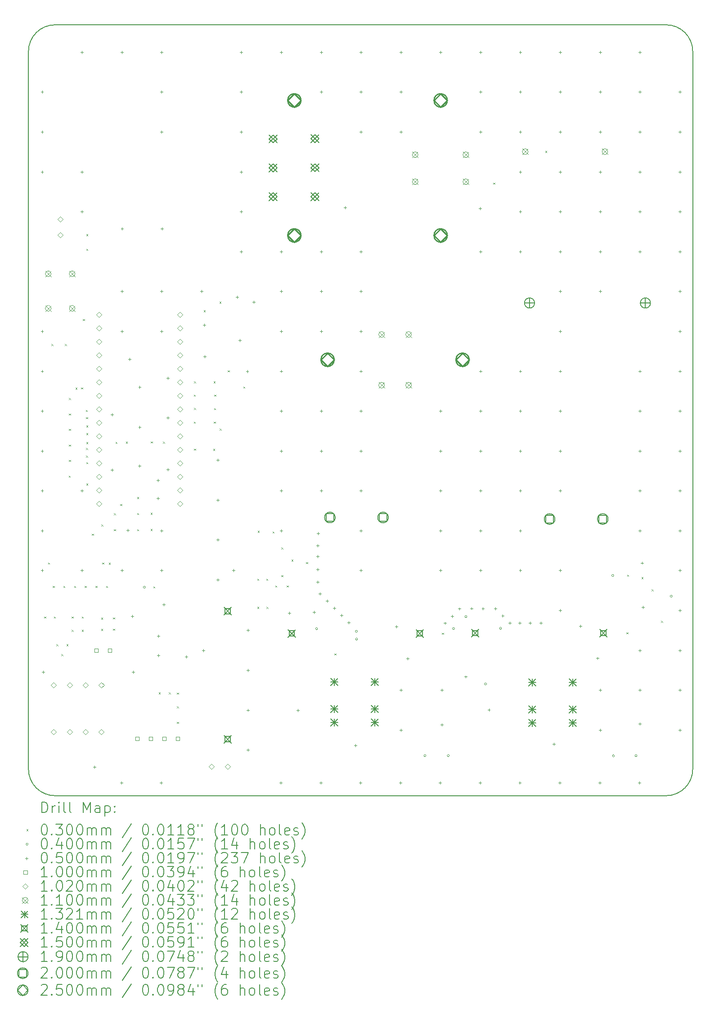
<source format=gbr>
%FSLAX45Y45*%
G04 Gerber Fmt 4.5, Leading zero omitted, Abs format (unit mm)*
G04 Created by KiCad (PCBNEW (6.0.1)) date 2022-02-17 13:59:49*
%MOMM*%
%LPD*%
G01*
G04 APERTURE LIST*
%TA.AperFunction,Profile*%
%ADD10C,0.150000*%
%TD*%
%ADD11C,0.200000*%
%ADD12C,0.030000*%
%ADD13C,0.040000*%
%ADD14C,0.050000*%
%ADD15C,0.100000*%
%ADD16C,0.102000*%
%ADD17C,0.110000*%
%ADD18C,0.132080*%
%ADD19C,0.140000*%
%ADD20C,0.150000*%
%ADD21C,0.190000*%
%ADD22C,0.250000*%
G04 APERTURE END LIST*
D10*
X11999500Y14508500D02*
X499500Y14508500D01*
X12499500Y508500D02*
X12499500Y14008500D01*
X12499500Y14008500D02*
G75*
G03*
X11999500Y14508500I-500000J0D01*
G01*
X-500Y508500D02*
G75*
G03*
X499500Y8500I499503J-497D01*
G01*
X499500Y14508500D02*
G75*
G03*
X-500Y14008500I-2J-499998D01*
G01*
X11999500Y8500D02*
X499500Y8500D01*
X-500Y508500D02*
X-500Y14008500D01*
X11999500Y8500D02*
G75*
G03*
X12499500Y508500I0J500000D01*
G01*
D11*
D12*
X296250Y3377750D02*
X326250Y3347750D01*
X326250Y3377750D02*
X296250Y3347750D01*
X369000Y4396000D02*
X399000Y4366000D01*
X399000Y4396000D02*
X369000Y4366000D01*
X432000Y8506500D02*
X462000Y8476500D01*
X462000Y8506500D02*
X432000Y8476500D01*
X457500Y3952250D02*
X487500Y3922250D01*
X487500Y3952250D02*
X457500Y3922250D01*
X478750Y3377750D02*
X508750Y3347750D01*
X508750Y3377750D02*
X478750Y3347750D01*
X523500Y2857750D02*
X553500Y2827750D01*
X553500Y2857750D02*
X523500Y2827750D01*
X618500Y2670250D02*
X648500Y2640250D01*
X648500Y2670250D02*
X618500Y2640250D01*
X657000Y3952250D02*
X687000Y3922250D01*
X687000Y3952250D02*
X657000Y3922250D01*
X685500Y8506500D02*
X715500Y8476500D01*
X715500Y8506500D02*
X685500Y8476500D01*
X713500Y2857750D02*
X743500Y2827750D01*
X743500Y2857750D02*
X713500Y2827750D01*
X758250Y6026500D02*
X788250Y5996500D01*
X788250Y6026500D02*
X758250Y5996500D01*
X759000Y6910000D02*
X789000Y6880000D01*
X789000Y6910000D02*
X759000Y6880000D01*
X761500Y6614500D02*
X791500Y6584500D01*
X791500Y6614500D02*
X761500Y6584500D01*
X761750Y7488500D02*
X791750Y7458500D01*
X791750Y7488500D02*
X761750Y7458500D01*
X761750Y7197500D02*
X791750Y7167500D01*
X791750Y7197500D02*
X761750Y7167500D01*
X761750Y6325500D02*
X791750Y6295500D01*
X791750Y6325500D02*
X761750Y6295500D01*
X813500Y3376750D02*
X843500Y3346750D01*
X843500Y3376750D02*
X813500Y3346750D01*
X813500Y3127750D02*
X843500Y3097750D01*
X843500Y3127750D02*
X813500Y3097750D01*
X857000Y3952250D02*
X887000Y3922250D01*
X887000Y3952250D02*
X857000Y3922250D01*
X883000Y7684500D02*
X913000Y7654500D01*
X913000Y7684500D02*
X883000Y7654500D01*
X990500Y7687000D02*
X1020500Y7657000D01*
X1020500Y7687000D02*
X990500Y7657000D01*
X1003500Y3376750D02*
X1033500Y3346750D01*
X1033500Y3376750D02*
X1003500Y3346750D01*
X1003500Y3127750D02*
X1033500Y3097750D01*
X1033500Y3127750D02*
X1003500Y3097750D01*
X1022000Y8975000D02*
X1052000Y8945000D01*
X1052000Y8975000D02*
X1022000Y8945000D01*
X1058000Y3952750D02*
X1088000Y3922750D01*
X1088000Y3952750D02*
X1058000Y3922750D01*
X1079500Y7263500D02*
X1109500Y7233500D01*
X1109500Y7263500D02*
X1079500Y7233500D01*
X1083500Y6405500D02*
X1113500Y6375500D01*
X1113500Y6405500D02*
X1083500Y6375500D01*
X1084500Y7129000D02*
X1114500Y7099000D01*
X1114500Y7129000D02*
X1084500Y7099000D01*
X1085000Y6547000D02*
X1115000Y6517000D01*
X1115000Y6547000D02*
X1085000Y6517000D01*
X1086000Y6283500D02*
X1116000Y6253500D01*
X1116000Y6283500D02*
X1086000Y6253500D01*
X1086000Y5878500D02*
X1116000Y5848500D01*
X1116000Y5878500D02*
X1086000Y5848500D01*
X1087000Y6973500D02*
X1117000Y6943500D01*
X1117000Y6973500D02*
X1087000Y6943500D01*
X1087000Y6830000D02*
X1117000Y6800000D01*
X1117000Y6830000D02*
X1087000Y6800000D01*
X1087500Y6660000D02*
X1117500Y6630000D01*
X1117500Y6660000D02*
X1087500Y6630000D01*
X1088000Y10571000D02*
X1118000Y10541000D01*
X1118000Y10571000D02*
X1088000Y10541000D01*
X1088000Y10295500D02*
X1118000Y10265500D01*
X1118000Y10295500D02*
X1088000Y10265500D01*
X1192000Y4938000D02*
X1222000Y4908000D01*
X1222000Y4938000D02*
X1192000Y4908000D01*
X1259000Y3952250D02*
X1289000Y3922250D01*
X1289000Y3952250D02*
X1259000Y3922250D01*
X1366000Y3359250D02*
X1396000Y3329250D01*
X1396000Y3359250D02*
X1366000Y3329250D01*
X1367500Y3146750D02*
X1397500Y3116750D01*
X1397500Y3146750D02*
X1367500Y3116750D01*
X1370500Y5111500D02*
X1400500Y5081500D01*
X1400500Y5111500D02*
X1370500Y5081500D01*
X1387500Y4394750D02*
X1417500Y4364750D01*
X1417500Y4394750D02*
X1387500Y4364750D01*
X1460000Y3952250D02*
X1490000Y3922250D01*
X1490000Y3952250D02*
X1460000Y3922250D01*
X1511000Y4391750D02*
X1541000Y4361750D01*
X1541000Y4391750D02*
X1511000Y4361750D01*
X1590000Y3360750D02*
X1620000Y3330750D01*
X1620000Y3360750D02*
X1590000Y3330750D01*
X1590000Y3148250D02*
X1620000Y3118250D01*
X1620000Y3148250D02*
X1590000Y3118250D01*
X1606000Y5021500D02*
X1636000Y4991500D01*
X1636000Y5021500D02*
X1606000Y4991500D01*
X1609000Y5319500D02*
X1639000Y5289500D01*
X1639000Y5319500D02*
X1609000Y5289500D01*
X1638500Y6664000D02*
X1668500Y6634000D01*
X1668500Y6664000D02*
X1638500Y6634000D01*
X1725000Y5494500D02*
X1755000Y5464500D01*
X1755000Y5494500D02*
X1725000Y5464500D01*
X1830500Y6667500D02*
X1860500Y6637500D01*
X1860500Y6667500D02*
X1830500Y6637500D01*
X2042500Y5625000D02*
X2072500Y5595000D01*
X2072500Y5625000D02*
X2042500Y5595000D01*
X2043000Y5022000D02*
X2073000Y4992000D01*
X2073000Y5022000D02*
X2043000Y4992000D01*
X2043500Y5324000D02*
X2073500Y5294000D01*
X2073500Y5324000D02*
X2043500Y5294000D01*
X2298500Y5328000D02*
X2328500Y5298000D01*
X2328500Y5328000D02*
X2298500Y5298000D01*
X2299000Y5024000D02*
X2329000Y4994000D01*
X2329000Y5024000D02*
X2299000Y4994000D01*
X2303000Y6670000D02*
X2333000Y6640000D01*
X2333000Y6670000D02*
X2303000Y6640000D01*
X2348750Y3947000D02*
X2378750Y3917000D01*
X2378750Y3947000D02*
X2348750Y3917000D01*
X2452000Y1952000D02*
X2482000Y1922000D01*
X2482000Y1952000D02*
X2452000Y1922000D01*
X2531500Y6668000D02*
X2561500Y6638000D01*
X2561500Y6668000D02*
X2531500Y6638000D01*
X2639500Y1952000D02*
X2669500Y1922000D01*
X2669500Y1952000D02*
X2639500Y1922000D01*
X2792750Y1948250D02*
X2822750Y1918250D01*
X2822750Y1948250D02*
X2792750Y1918250D01*
X2792750Y1690250D02*
X2822750Y1660250D01*
X2822750Y1690250D02*
X2792750Y1660250D01*
X2792750Y1396750D02*
X2822750Y1366750D01*
X2822750Y1396750D02*
X2792750Y1366750D01*
X3112000Y7552000D02*
X3142000Y7522000D01*
X3142000Y7552000D02*
X3112000Y7522000D01*
X3112500Y7045000D02*
X3142500Y7015000D01*
X3142500Y7045000D02*
X3112500Y7015000D01*
X3113000Y6535500D02*
X3143000Y6505500D01*
X3143000Y6535500D02*
X3113000Y6505500D01*
X3114500Y7300500D02*
X3144500Y7270500D01*
X3144500Y7300500D02*
X3114500Y7270500D01*
X3115000Y7803500D02*
X3145000Y7773500D01*
X3145000Y7803500D02*
X3115000Y7773500D01*
X3297000Y9141000D02*
X3327000Y9111000D01*
X3327000Y9141000D02*
X3297000Y9111000D01*
X3476000Y6534000D02*
X3506000Y6504000D01*
X3506000Y6534000D02*
X3476000Y6504000D01*
X3485000Y7804000D02*
X3515000Y7774000D01*
X3515000Y7804000D02*
X3485000Y7774000D01*
X3487000Y7045000D02*
X3517000Y7015000D01*
X3517000Y7045000D02*
X3487000Y7015000D01*
X3490500Y7298000D02*
X3520500Y7268000D01*
X3520500Y7298000D02*
X3490500Y7268000D01*
X3495000Y7552000D02*
X3525000Y7522000D01*
X3525000Y7552000D02*
X3495000Y7522000D01*
X3592500Y9303000D02*
X3622500Y9273000D01*
X3622500Y9303000D02*
X3592500Y9273000D01*
X3597000Y6912000D02*
X3627000Y6882000D01*
X3627000Y6912000D02*
X3597000Y6882000D01*
X3751500Y8008000D02*
X3781500Y7978000D01*
X3781500Y8008000D02*
X3751500Y7978000D01*
X4041000Y7703500D02*
X4071000Y7673500D01*
X4071000Y7703500D02*
X4041000Y7673500D01*
X4305000Y4090500D02*
X4335000Y4060500D01*
X4335000Y4090500D02*
X4305000Y4060500D01*
X4305000Y3561000D02*
X4335000Y3531000D01*
X4335000Y3561000D02*
X4305000Y3531000D01*
X4313500Y4990000D02*
X4343500Y4960000D01*
X4343500Y4990000D02*
X4313500Y4960000D01*
X4474000Y4089000D02*
X4504000Y4059000D01*
X4504000Y4089000D02*
X4474000Y4059000D01*
X4476000Y3561000D02*
X4506000Y3531000D01*
X4506000Y3561000D02*
X4476000Y3531000D01*
X4591000Y4979612D02*
X4621000Y4949612D01*
X4621000Y4979612D02*
X4591000Y4949612D01*
X4644000Y3962500D02*
X4674000Y3932500D01*
X4674000Y3962500D02*
X4644000Y3932500D01*
X4759000Y4676512D02*
X4789000Y4646512D01*
X4789000Y4676512D02*
X4759000Y4646512D01*
X4759000Y4156500D02*
X4789000Y4126500D01*
X4789000Y4156500D02*
X4759000Y4126500D01*
X4860000Y3961000D02*
X4890000Y3931000D01*
X4890000Y3961000D02*
X4860000Y3931000D01*
X4949000Y4447500D02*
X4979000Y4417500D01*
X4979000Y4447500D02*
X4949000Y4417500D01*
X5221000Y4403750D02*
X5251000Y4373750D01*
X5251000Y4403750D02*
X5221000Y4373750D01*
X5758000Y2682600D02*
X5788000Y2652600D01*
X5788000Y2682600D02*
X5758000Y2652600D01*
X7781000Y3074250D02*
X7811000Y3044250D01*
X7811000Y3074250D02*
X7781000Y3044250D01*
X8747500Y11538500D02*
X8777500Y11508500D01*
X8777500Y11538500D02*
X8747500Y11508500D01*
X9722500Y12136000D02*
X9752500Y12106000D01*
X9752500Y12136000D02*
X9722500Y12106000D01*
X11251500Y3082750D02*
X11281500Y3052750D01*
X11281500Y3082750D02*
X11251500Y3052750D01*
X11264500Y4165000D02*
X11294500Y4135000D01*
X11294500Y4165000D02*
X11264500Y4135000D01*
X11535000Y4117000D02*
X11565000Y4087000D01*
X11565000Y4117000D02*
X11535000Y4087000D01*
X11726500Y3889750D02*
X11756500Y3859750D01*
X11756500Y3889750D02*
X11726500Y3859750D01*
X11901000Y3296000D02*
X11931000Y3266000D01*
X11931000Y3296000D02*
X11901000Y3266000D01*
D13*
X2199500Y3931000D02*
G75*
G03*
X2199500Y3931000I-20000J0D01*
G01*
X5441500Y3149600D02*
G75*
G03*
X5441500Y3149600I-20000J0D01*
G01*
X6191500Y3099550D02*
G75*
G03*
X6191500Y3099550I-20000J0D01*
G01*
X6194000Y2954650D02*
G75*
G03*
X6194000Y2954650I-20000J0D01*
G01*
X7479000Y761500D02*
G75*
G03*
X7479000Y761500I-20000J0D01*
G01*
X7918500Y762000D02*
G75*
G03*
X7918500Y762000I-20000J0D01*
G01*
X8017500Y3154000D02*
G75*
G03*
X8017500Y3154000I-20000J0D01*
G01*
X8250560Y3378810D02*
G75*
G03*
X8250560Y3378810I-20000J0D01*
G01*
X8621250Y2110250D02*
G75*
G03*
X8621250Y2110250I-20000J0D01*
G01*
X8903000Y3156250D02*
G75*
G03*
X8903000Y3156250I-20000J0D01*
G01*
X11014000Y4149500D02*
G75*
G03*
X11014000Y4149500I-20000J0D01*
G01*
X11026500Y758500D02*
G75*
G03*
X11026500Y758500I-20000J0D01*
G01*
X11451000Y760500D02*
G75*
G03*
X11451000Y760500I-20000J0D01*
G01*
X12113500Y3760500D02*
G75*
G03*
X12113500Y3760500I-20000J0D01*
G01*
D14*
X255500Y13269500D02*
X255500Y13219500D01*
X230500Y13244500D02*
X280500Y13244500D01*
X255500Y12519500D02*
X255500Y12469500D01*
X230500Y12494500D02*
X280500Y12494500D01*
X255500Y11769500D02*
X255500Y11719500D01*
X230500Y11744500D02*
X280500Y11744500D01*
X255500Y8769500D02*
X255500Y8719500D01*
X230500Y8744500D02*
X280500Y8744500D01*
X255500Y8019500D02*
X255500Y7969500D01*
X230500Y7994500D02*
X280500Y7994500D01*
X255500Y7269500D02*
X255500Y7219500D01*
X230500Y7244500D02*
X280500Y7244500D01*
X255500Y6519500D02*
X255500Y6469500D01*
X230500Y6494500D02*
X280500Y6494500D01*
X255500Y5769500D02*
X255500Y5719500D01*
X230500Y5744500D02*
X280500Y5744500D01*
X255500Y5019500D02*
X255500Y4969500D01*
X230500Y4994500D02*
X280500Y4994500D01*
X255500Y4269500D02*
X255500Y4219500D01*
X230500Y4244500D02*
X280500Y4244500D01*
X273500Y2361000D02*
X273500Y2311000D01*
X248500Y2336000D02*
X298500Y2336000D01*
X1005500Y14019500D02*
X1005500Y13969500D01*
X980500Y13994500D02*
X1030500Y13994500D01*
X1005500Y11769500D02*
X1005500Y11719500D01*
X980500Y11744500D02*
X1030500Y11744500D01*
X1005500Y11019500D02*
X1005500Y10969500D01*
X980500Y10994500D02*
X1030500Y10994500D01*
X1005500Y5769500D02*
X1005500Y5719500D01*
X980500Y5744500D02*
X1030500Y5744500D01*
X1005500Y4269500D02*
X1005500Y4219500D01*
X980500Y4244500D02*
X1030500Y4244500D01*
X1245000Y573500D02*
X1245000Y523500D01*
X1220000Y548500D02*
X1270000Y548500D01*
X1568500Y7203500D02*
X1568500Y7153500D01*
X1543500Y7178500D02*
X1593500Y7178500D01*
X1569500Y6158000D02*
X1569500Y6108000D01*
X1544500Y6133000D02*
X1594500Y6133000D01*
X1747000Y280000D02*
X1747000Y230000D01*
X1722000Y255000D02*
X1772000Y255000D01*
X1755500Y14019500D02*
X1755500Y13969500D01*
X1730500Y13994500D02*
X1780500Y13994500D01*
X1755500Y9519500D02*
X1755500Y9469500D01*
X1730500Y9494500D02*
X1780500Y9494500D01*
X1755500Y8769500D02*
X1755500Y8719500D01*
X1730500Y8744500D02*
X1780500Y8744500D01*
X1755500Y4269500D02*
X1755500Y4219500D01*
X1730500Y4244500D02*
X1780500Y4244500D01*
X1762500Y10702500D02*
X1762500Y10652500D01*
X1737500Y10677500D02*
X1787500Y10677500D01*
X1865500Y5025500D02*
X1865500Y4975500D01*
X1840500Y5000500D02*
X1890500Y5000500D01*
X1904000Y8243500D02*
X1904000Y8193500D01*
X1879000Y8218500D02*
X1929000Y8218500D01*
X1954500Y3409000D02*
X1954500Y3359000D01*
X1929500Y3384000D02*
X1979500Y3384000D01*
X1971000Y2361000D02*
X1971000Y2311000D01*
X1946000Y2336000D02*
X1996000Y2336000D01*
X2091000Y6240000D02*
X2091000Y6190000D01*
X2066000Y6215000D02*
X2116000Y6215000D01*
X2092500Y7716000D02*
X2092500Y7666000D01*
X2067500Y7691000D02*
X2117500Y7691000D01*
X2092500Y6966000D02*
X2092500Y6916000D01*
X2067500Y6941000D02*
X2117500Y6941000D01*
X2435000Y5629000D02*
X2435000Y5579000D01*
X2410000Y5604000D02*
X2460000Y5604000D01*
X2435500Y5969000D02*
X2435500Y5919000D01*
X2410500Y5944000D02*
X2460500Y5944000D01*
X2442000Y3035000D02*
X2442000Y2985000D01*
X2417000Y3010000D02*
X2467000Y3010000D01*
X2442000Y2675000D02*
X2442000Y2625000D01*
X2417000Y2650000D02*
X2467000Y2650000D01*
X2497000Y280000D02*
X2497000Y230000D01*
X2472000Y255000D02*
X2522000Y255000D01*
X2505500Y14019500D02*
X2505500Y13969500D01*
X2480500Y13994500D02*
X2530500Y13994500D01*
X2505500Y13269500D02*
X2505500Y13219500D01*
X2480500Y13244500D02*
X2530500Y13244500D01*
X2505500Y12519500D02*
X2505500Y12469500D01*
X2480500Y12494500D02*
X2530500Y12494500D01*
X2505500Y9519500D02*
X2505500Y9469500D01*
X2480500Y9494500D02*
X2530500Y9494500D01*
X2505500Y8769500D02*
X2505500Y8719500D01*
X2480500Y8744500D02*
X2530500Y8744500D01*
X2505500Y5019500D02*
X2505500Y4969500D01*
X2480500Y4994500D02*
X2530500Y4994500D01*
X2505500Y4269500D02*
X2505500Y4219500D01*
X2480500Y4244500D02*
X2530500Y4244500D01*
X2512500Y10702500D02*
X2512500Y10652500D01*
X2487500Y10677500D02*
X2537500Y10677500D01*
X2548000Y3633000D02*
X2548000Y3583000D01*
X2523000Y3608000D02*
X2573000Y3608000D01*
X2622000Y7892000D02*
X2622000Y7842000D01*
X2597000Y7867000D02*
X2647000Y7867000D01*
X2622000Y7142000D02*
X2622000Y7092000D01*
X2597000Y7117000D02*
X2647000Y7117000D01*
X2625000Y6167500D02*
X2625000Y6117500D01*
X2600000Y6142500D02*
X2650000Y6142500D01*
X2967500Y2649000D02*
X2967500Y2599000D01*
X2942500Y2624000D02*
X2992500Y2624000D01*
X3255500Y9519500D02*
X3255500Y9469500D01*
X3230500Y9494500D02*
X3280500Y9494500D01*
X3289000Y2769500D02*
X3289000Y2719500D01*
X3264000Y2744500D02*
X3314000Y2744500D01*
X3310500Y8884000D02*
X3310500Y8834000D01*
X3285500Y8859000D02*
X3335500Y8859000D01*
X3312500Y8297500D02*
X3312500Y8247500D01*
X3287500Y8272500D02*
X3337500Y8272500D01*
X3565000Y6346500D02*
X3565000Y6296500D01*
X3540000Y6321500D02*
X3590000Y6321500D01*
X3565000Y5596500D02*
X3565000Y5546500D01*
X3540000Y5571500D02*
X3590000Y5571500D01*
X3565000Y4846500D02*
X3565000Y4796500D01*
X3540000Y4821500D02*
X3590000Y4821500D01*
X3565000Y4096500D02*
X3565000Y4046500D01*
X3540000Y4071500D02*
X3590000Y4071500D01*
X3855500Y4275000D02*
X3855500Y4225000D01*
X3830500Y4250000D02*
X3880500Y4250000D01*
X3925500Y9414000D02*
X3925500Y9364000D01*
X3900500Y9389000D02*
X3950500Y9389000D01*
X3974000Y8598500D02*
X3974000Y8548500D01*
X3949000Y8573500D02*
X3999000Y8573500D01*
X4005500Y14019500D02*
X4005500Y13969500D01*
X3980500Y13994500D02*
X4030500Y13994500D01*
X4005500Y13269500D02*
X4005500Y13219500D01*
X3980500Y13244500D02*
X4030500Y13244500D01*
X4005500Y12519500D02*
X4005500Y12469500D01*
X3980500Y12494500D02*
X4030500Y12494500D01*
X4005500Y11769500D02*
X4005500Y11719500D01*
X3980500Y11744500D02*
X4030500Y11744500D01*
X4005500Y11019500D02*
X4005500Y10969500D01*
X3980500Y10994500D02*
X4030500Y10994500D01*
X4005500Y10269500D02*
X4005500Y10219500D01*
X3980500Y10244500D02*
X4030500Y10244500D01*
X4116500Y8018000D02*
X4116500Y7968000D01*
X4091500Y7993000D02*
X4141500Y7993000D01*
X4132000Y3144000D02*
X4132000Y3094000D01*
X4107000Y3119000D02*
X4157000Y3119000D01*
X4132000Y2394000D02*
X4132000Y2344000D01*
X4107000Y2369000D02*
X4157000Y2369000D01*
X4132000Y1644000D02*
X4132000Y1594000D01*
X4107000Y1619000D02*
X4157000Y1619000D01*
X4132000Y894000D02*
X4132000Y844000D01*
X4107000Y869000D02*
X4157000Y869000D01*
X4238000Y9315500D02*
X4238000Y9265500D01*
X4213000Y9290500D02*
X4263000Y9290500D01*
X4747000Y280000D02*
X4747000Y230000D01*
X4722000Y255000D02*
X4772000Y255000D01*
X4755500Y14019500D02*
X4755500Y13969500D01*
X4730500Y13994500D02*
X4780500Y13994500D01*
X4755500Y10269500D02*
X4755500Y10219500D01*
X4730500Y10244500D02*
X4780500Y10244500D01*
X4755500Y9519500D02*
X4755500Y9469500D01*
X4730500Y9494500D02*
X4780500Y9494500D01*
X4755500Y8769500D02*
X4755500Y8719500D01*
X4730500Y8744500D02*
X4780500Y8744500D01*
X4755500Y8019500D02*
X4755500Y7969500D01*
X4730500Y7994500D02*
X4780500Y7994500D01*
X4755500Y7269500D02*
X4755500Y7219500D01*
X4730500Y7244500D02*
X4780500Y7244500D01*
X4755500Y6519500D02*
X4755500Y6469500D01*
X4730500Y6494500D02*
X4780500Y6494500D01*
X4755500Y5769500D02*
X4755500Y5719500D01*
X4730500Y5744500D02*
X4780500Y5744500D01*
X4755500Y5019500D02*
X4755500Y4969500D01*
X4730500Y4994500D02*
X4780500Y4994500D01*
X4911000Y3465500D02*
X4911000Y3415500D01*
X4886000Y3440500D02*
X4936000Y3440500D01*
X5069000Y1642000D02*
X5069000Y1592000D01*
X5044000Y1617000D02*
X5094000Y1617000D01*
X5372500Y3486000D02*
X5372500Y3436000D01*
X5347500Y3461000D02*
X5397500Y3461000D01*
X5441500Y4052500D02*
X5441500Y4002500D01*
X5416500Y4027500D02*
X5466500Y4027500D01*
X5443000Y4288000D02*
X5443000Y4238000D01*
X5418000Y4263000D02*
X5468000Y4263000D01*
X5443500Y4737000D02*
X5443500Y4687000D01*
X5418500Y4712000D02*
X5468500Y4712000D01*
X5443500Y4537000D02*
X5443500Y4487000D01*
X5418500Y4512000D02*
X5468500Y4512000D01*
X5448000Y4967000D02*
X5448000Y4917000D01*
X5423000Y4942000D02*
X5473000Y4942000D01*
X5483000Y3831000D02*
X5483000Y3781000D01*
X5458000Y3806000D02*
X5508000Y3806000D01*
X5497000Y280000D02*
X5497000Y230000D01*
X5472000Y255000D02*
X5522000Y255000D01*
X5505500Y14019500D02*
X5505500Y13969500D01*
X5480500Y13994500D02*
X5530500Y13994500D01*
X5505500Y13269500D02*
X5505500Y13219500D01*
X5480500Y13244500D02*
X5530500Y13244500D01*
X5505500Y10269500D02*
X5505500Y10219500D01*
X5480500Y10244500D02*
X5530500Y10244500D01*
X5505500Y9519500D02*
X5505500Y9469500D01*
X5480500Y9494500D02*
X5530500Y9494500D01*
X5505500Y8769500D02*
X5505500Y8719500D01*
X5480500Y8744500D02*
X5530500Y8744500D01*
X5505500Y7269500D02*
X5505500Y7219500D01*
X5480500Y7244500D02*
X5530500Y7244500D01*
X5505500Y6519500D02*
X5505500Y6469500D01*
X5480500Y6494500D02*
X5530500Y6494500D01*
X5505500Y5769500D02*
X5505500Y5719500D01*
X5480500Y5744500D02*
X5530500Y5744500D01*
X5620000Y3695500D02*
X5620000Y3645500D01*
X5595000Y3670500D02*
X5645000Y3670500D01*
X5754000Y3562500D02*
X5754000Y3512500D01*
X5729000Y3537500D02*
X5779000Y3537500D01*
X5893000Y3424500D02*
X5893000Y3374500D01*
X5868000Y3399500D02*
X5918000Y3399500D01*
X5958500Y11100000D02*
X5958500Y11050000D01*
X5933500Y11075000D02*
X5983500Y11075000D01*
X6027000Y3291500D02*
X6027000Y3241500D01*
X6002000Y3266500D02*
X6052000Y3266500D01*
X6153000Y982500D02*
X6153000Y932500D01*
X6128000Y957500D02*
X6178000Y957500D01*
X6247000Y280000D02*
X6247000Y230000D01*
X6222000Y255000D02*
X6272000Y255000D01*
X6255500Y14019500D02*
X6255500Y13969500D01*
X6230500Y13994500D02*
X6280500Y13994500D01*
X6255500Y13269500D02*
X6255500Y13219500D01*
X6230500Y13244500D02*
X6280500Y13244500D01*
X6255500Y12519500D02*
X6255500Y12469500D01*
X6230500Y12494500D02*
X6280500Y12494500D01*
X6255500Y10269500D02*
X6255500Y10219500D01*
X6230500Y10244500D02*
X6280500Y10244500D01*
X6255500Y9519500D02*
X6255500Y9469500D01*
X6230500Y9494500D02*
X6280500Y9494500D01*
X6255500Y8769500D02*
X6255500Y8719500D01*
X6230500Y8744500D02*
X6280500Y8744500D01*
X6255500Y8019500D02*
X6255500Y7969500D01*
X6230500Y7994500D02*
X6280500Y7994500D01*
X6255500Y7269500D02*
X6255500Y7219500D01*
X6230500Y7244500D02*
X6280500Y7244500D01*
X6255500Y6519500D02*
X6255500Y6469500D01*
X6230500Y6494500D02*
X6280500Y6494500D01*
X6255500Y5769500D02*
X6255500Y5719500D01*
X6230500Y5744500D02*
X6280500Y5744500D01*
X6255500Y5019500D02*
X6255500Y4969500D01*
X6230500Y4994500D02*
X6280500Y4994500D01*
X6255500Y4269500D02*
X6255500Y4219500D01*
X6230500Y4244500D02*
X6280500Y4244500D01*
X6926500Y3213000D02*
X6926500Y3163000D01*
X6901500Y3188000D02*
X6951500Y3188000D01*
X6997000Y280000D02*
X6997000Y230000D01*
X6972000Y255000D02*
X7022000Y255000D01*
X7005500Y14019500D02*
X7005500Y13969500D01*
X6980500Y13994500D02*
X7030500Y13994500D01*
X7005500Y13269500D02*
X7005500Y13219500D01*
X6980500Y13244500D02*
X7030500Y13244500D01*
X7005500Y12519500D02*
X7005500Y12469500D01*
X6980500Y12494500D02*
X7030500Y12494500D01*
X7005500Y2019500D02*
X7005500Y1969500D01*
X6980500Y1994500D02*
X7030500Y1994500D01*
X7005500Y1269500D02*
X7005500Y1219500D01*
X6980500Y1244500D02*
X7030500Y1244500D01*
X7134000Y2612000D02*
X7134000Y2562000D01*
X7109000Y2587000D02*
X7159000Y2587000D01*
X7747000Y280000D02*
X7747000Y230000D01*
X7722000Y255000D02*
X7772000Y255000D01*
X7755500Y14019500D02*
X7755500Y13969500D01*
X7730500Y13994500D02*
X7780500Y13994500D01*
X7755500Y7269500D02*
X7755500Y7219500D01*
X7730500Y7244500D02*
X7780500Y7244500D01*
X7755500Y6519500D02*
X7755500Y6469500D01*
X7730500Y6494500D02*
X7780500Y6494500D01*
X7755500Y5769500D02*
X7755500Y5719500D01*
X7730500Y5744500D02*
X7780500Y5744500D01*
X7755500Y5019500D02*
X7755500Y4969500D01*
X7730500Y4994500D02*
X7780500Y4994500D01*
X7755500Y4269500D02*
X7755500Y4219500D01*
X7730500Y4244500D02*
X7780500Y4244500D01*
X7775500Y2022000D02*
X7775500Y1972000D01*
X7750500Y1997000D02*
X7800500Y1997000D01*
X7778000Y1368500D02*
X7778000Y1318500D01*
X7753000Y1343500D02*
X7803000Y1343500D01*
X7837500Y3278500D02*
X7837500Y3228500D01*
X7812500Y3253500D02*
X7862500Y3253500D01*
X7970500Y3412500D02*
X7970500Y3362500D01*
X7945500Y3387500D02*
X7995500Y3387500D01*
X8108500Y3549500D02*
X8108500Y3499500D01*
X8083500Y3524500D02*
X8133500Y3524500D01*
X8223500Y2271000D02*
X8223500Y2221000D01*
X8198500Y2246000D02*
X8248500Y2246000D01*
X8339000Y3557500D02*
X8339000Y3507500D01*
X8314000Y3532500D02*
X8364000Y3532500D01*
X8497000Y280000D02*
X8497000Y230000D01*
X8472000Y255000D02*
X8522000Y255000D01*
X8499000Y11079500D02*
X8499000Y11029500D01*
X8474000Y11054500D02*
X8524000Y11054500D01*
X8505500Y14019500D02*
X8505500Y13969500D01*
X8480500Y13994500D02*
X8530500Y13994500D01*
X8505500Y13269500D02*
X8505500Y13219500D01*
X8480500Y13244500D02*
X8530500Y13244500D01*
X8505500Y12519500D02*
X8505500Y12469500D01*
X8480500Y12494500D02*
X8530500Y12494500D01*
X8505500Y10269500D02*
X8505500Y10219500D01*
X8480500Y10244500D02*
X8530500Y10244500D01*
X8505500Y8019500D02*
X8505500Y7969500D01*
X8480500Y7994500D02*
X8530500Y7994500D01*
X8505500Y7269500D02*
X8505500Y7219500D01*
X8480500Y7244500D02*
X8530500Y7244500D01*
X8505500Y6519500D02*
X8505500Y6469500D01*
X8480500Y6494500D02*
X8530500Y6494500D01*
X8505500Y5769500D02*
X8505500Y5719500D01*
X8480500Y5744500D02*
X8530500Y5744500D01*
X8505500Y5019500D02*
X8505500Y4969500D01*
X8480500Y4994500D02*
X8530500Y4994500D01*
X8505500Y4269500D02*
X8505500Y4219500D01*
X8480500Y4244500D02*
X8530500Y4244500D01*
X8552500Y3556000D02*
X8552500Y3506000D01*
X8527500Y3531000D02*
X8577500Y3531000D01*
X8663000Y1652000D02*
X8663000Y1602000D01*
X8638000Y1627000D02*
X8688000Y1627000D01*
X8788000Y3556000D02*
X8788000Y3506000D01*
X8763000Y3531000D02*
X8813000Y3531000D01*
X8925000Y3418000D02*
X8925000Y3368000D01*
X8900000Y3393000D02*
X8950000Y3393000D01*
X9059000Y3285000D02*
X9059000Y3235000D01*
X9034000Y3260000D02*
X9084000Y3260000D01*
X9240500Y3282500D02*
X9240500Y3232500D01*
X9215500Y3257500D02*
X9265500Y3257500D01*
X9247000Y280000D02*
X9247000Y230000D01*
X9222000Y255000D02*
X9272000Y255000D01*
X9255500Y14019500D02*
X9255500Y13969500D01*
X9230500Y13994500D02*
X9280500Y13994500D01*
X9255500Y13269500D02*
X9255500Y13219500D01*
X9230500Y13244500D02*
X9280500Y13244500D01*
X9255500Y12519500D02*
X9255500Y12469500D01*
X9230500Y12494500D02*
X9280500Y12494500D01*
X9255500Y11769500D02*
X9255500Y11719500D01*
X9230500Y11744500D02*
X9280500Y11744500D01*
X9255500Y11019500D02*
X9255500Y10969500D01*
X9230500Y10994500D02*
X9280500Y10994500D01*
X9255500Y10269500D02*
X9255500Y10219500D01*
X9230500Y10244500D02*
X9280500Y10244500D01*
X9255500Y8019500D02*
X9255500Y7969500D01*
X9230500Y7994500D02*
X9280500Y7994500D01*
X9255500Y7269500D02*
X9255500Y7219500D01*
X9230500Y7244500D02*
X9280500Y7244500D01*
X9255500Y6519500D02*
X9255500Y6469500D01*
X9230500Y6494500D02*
X9280500Y6494500D01*
X9255500Y5769500D02*
X9255500Y5719500D01*
X9230500Y5744500D02*
X9280500Y5744500D01*
X9255500Y5019500D02*
X9255500Y4969500D01*
X9230500Y4994500D02*
X9280500Y4994500D01*
X9255500Y4269500D02*
X9255500Y4219500D01*
X9230500Y4244500D02*
X9280500Y4244500D01*
X9440500Y3282500D02*
X9440500Y3232500D01*
X9415500Y3257500D02*
X9465500Y3257500D01*
X9640500Y3282500D02*
X9640500Y3232500D01*
X9615500Y3257500D02*
X9665500Y3257500D01*
X9887500Y1007500D02*
X9887500Y957500D01*
X9862500Y982500D02*
X9912500Y982500D01*
X9997000Y280000D02*
X9997000Y230000D01*
X9972000Y255000D02*
X10022000Y255000D01*
X10005500Y14019500D02*
X10005500Y13969500D01*
X9980500Y13994500D02*
X10030500Y13994500D01*
X10005500Y13269500D02*
X10005500Y13219500D01*
X9980500Y13244500D02*
X10030500Y13244500D01*
X10005500Y12519500D02*
X10005500Y12469500D01*
X9980500Y12494500D02*
X10030500Y12494500D01*
X10005500Y11769500D02*
X10005500Y11719500D01*
X9980500Y11744500D02*
X10030500Y11744500D01*
X10005500Y11019500D02*
X10005500Y10969500D01*
X9980500Y10994500D02*
X10030500Y10994500D01*
X10005500Y10269500D02*
X10005500Y10219500D01*
X9980500Y10244500D02*
X10030500Y10244500D01*
X10005500Y9519500D02*
X10005500Y9469500D01*
X9980500Y9494500D02*
X10030500Y9494500D01*
X10005500Y8769500D02*
X10005500Y8719500D01*
X9980500Y8744500D02*
X10030500Y8744500D01*
X10005500Y8019500D02*
X10005500Y7969500D01*
X9980500Y7994500D02*
X10030500Y7994500D01*
X10005500Y7269500D02*
X10005500Y7219500D01*
X9980500Y7244500D02*
X10030500Y7244500D01*
X10005500Y6519500D02*
X10005500Y6469500D01*
X9980500Y6494500D02*
X10030500Y6494500D01*
X10005500Y5769500D02*
X10005500Y5719500D01*
X9980500Y5744500D02*
X10030500Y5744500D01*
X10005500Y4269500D02*
X10005500Y4219500D01*
X9980500Y4244500D02*
X10030500Y4244500D01*
X10005500Y3519500D02*
X10005500Y3469500D01*
X9980500Y3494500D02*
X10030500Y3494500D01*
X10387000Y3225000D02*
X10387000Y3175000D01*
X10362000Y3200000D02*
X10412000Y3200000D01*
X10710500Y2618000D02*
X10710500Y2568000D01*
X10685500Y2593000D02*
X10735500Y2593000D01*
X10747000Y280000D02*
X10747000Y230000D01*
X10722000Y255000D02*
X10772000Y255000D01*
X10755500Y14019500D02*
X10755500Y13969500D01*
X10730500Y13994500D02*
X10780500Y13994500D01*
X10755500Y13269500D02*
X10755500Y13219500D01*
X10730500Y13244500D02*
X10780500Y13244500D01*
X10755500Y12519500D02*
X10755500Y12469500D01*
X10730500Y12494500D02*
X10780500Y12494500D01*
X10755500Y11769500D02*
X10755500Y11719500D01*
X10730500Y11744500D02*
X10780500Y11744500D01*
X10755500Y11019500D02*
X10755500Y10969500D01*
X10730500Y10994500D02*
X10780500Y10994500D01*
X10755500Y10269500D02*
X10755500Y10219500D01*
X10730500Y10244500D02*
X10780500Y10244500D01*
X10755500Y9519500D02*
X10755500Y9469500D01*
X10730500Y9494500D02*
X10780500Y9494500D01*
X10755500Y2019500D02*
X10755500Y1969500D01*
X10730500Y1994500D02*
X10780500Y1994500D01*
X10755500Y1269500D02*
X10755500Y1219500D01*
X10730500Y1244500D02*
X10780500Y1244500D01*
X11497000Y280000D02*
X11497000Y230000D01*
X11472000Y255000D02*
X11522000Y255000D01*
X11505000Y1385500D02*
X11505000Y1335500D01*
X11480000Y1360500D02*
X11530000Y1360500D01*
X11505500Y14019500D02*
X11505500Y13969500D01*
X11480500Y13994500D02*
X11530500Y13994500D01*
X11505500Y13269500D02*
X11505500Y13219500D01*
X11480500Y13244500D02*
X11530500Y13244500D01*
X11505500Y12519500D02*
X11505500Y12469500D01*
X11480500Y12494500D02*
X11530500Y12494500D01*
X11505500Y11769500D02*
X11505500Y11719500D01*
X11480500Y11744500D02*
X11530500Y11744500D01*
X11505500Y11019500D02*
X11505500Y10969500D01*
X11480500Y10994500D02*
X11530500Y10994500D01*
X11505500Y10269500D02*
X11505500Y10219500D01*
X11480500Y10244500D02*
X11530500Y10244500D01*
X11505500Y8019500D02*
X11505500Y7969500D01*
X11480500Y7994500D02*
X11530500Y7994500D01*
X11505500Y7269500D02*
X11505500Y7219500D01*
X11480500Y7244500D02*
X11530500Y7244500D01*
X11505500Y6519500D02*
X11505500Y6469500D01*
X11480500Y6494500D02*
X11530500Y6494500D01*
X11505500Y5769500D02*
X11505500Y5719500D01*
X11480500Y5744500D02*
X11530500Y5744500D01*
X11505500Y5019500D02*
X11505500Y4969500D01*
X11480500Y4994500D02*
X11530500Y4994500D01*
X11505500Y2769500D02*
X11505500Y2719500D01*
X11480500Y2744500D02*
X11530500Y2744500D01*
X11505500Y2019500D02*
X11505500Y1969500D01*
X11480500Y1994500D02*
X11530500Y1994500D01*
X11549500Y4412500D02*
X11549500Y4362500D01*
X11524500Y4387500D02*
X11574500Y4387500D01*
X11563000Y3581000D02*
X11563000Y3531000D01*
X11538000Y3556000D02*
X11588000Y3556000D01*
X12255500Y13269500D02*
X12255500Y13219500D01*
X12230500Y13244500D02*
X12280500Y13244500D01*
X12255500Y12519500D02*
X12255500Y12469500D01*
X12230500Y12494500D02*
X12280500Y12494500D01*
X12255500Y11769500D02*
X12255500Y11719500D01*
X12230500Y11744500D02*
X12280500Y11744500D01*
X12255500Y11019500D02*
X12255500Y10969500D01*
X12230500Y10994500D02*
X12280500Y10994500D01*
X12255500Y10269500D02*
X12255500Y10219500D01*
X12230500Y10244500D02*
X12280500Y10244500D01*
X12255500Y9519500D02*
X12255500Y9469500D01*
X12230500Y9494500D02*
X12280500Y9494500D01*
X12255500Y8769500D02*
X12255500Y8719500D01*
X12230500Y8744500D02*
X12280500Y8744500D01*
X12255500Y8019500D02*
X12255500Y7969500D01*
X12230500Y7994500D02*
X12280500Y7994500D01*
X12255500Y7269500D02*
X12255500Y7219500D01*
X12230500Y7244500D02*
X12280500Y7244500D01*
X12255500Y6519500D02*
X12255500Y6469500D01*
X12230500Y6494500D02*
X12280500Y6494500D01*
X12255500Y5769500D02*
X12255500Y5719500D01*
X12230500Y5744500D02*
X12280500Y5744500D01*
X12255500Y5019500D02*
X12255500Y4969500D01*
X12230500Y4994500D02*
X12280500Y4994500D01*
X12255500Y4269500D02*
X12255500Y4219500D01*
X12230500Y4244500D02*
X12280500Y4244500D01*
X12255500Y3519500D02*
X12255500Y3469500D01*
X12230500Y3494500D02*
X12280500Y3494500D01*
X12255500Y2769500D02*
X12255500Y2719500D01*
X12230500Y2744500D02*
X12280500Y2744500D01*
X12255500Y2019500D02*
X12255500Y1969500D01*
X12230500Y1994500D02*
X12280500Y1994500D01*
X12255500Y1269500D02*
X12255500Y1219500D01*
X12230500Y1244500D02*
X12280500Y1244500D01*
D15*
X1311356Y2706894D02*
X1311356Y2777606D01*
X1240644Y2777606D01*
X1240644Y2706894D01*
X1311356Y2706894D01*
X1565356Y2706894D02*
X1565356Y2777606D01*
X1494644Y2777606D01*
X1494644Y2706894D01*
X1565356Y2706894D01*
X2081106Y1046644D02*
X2081106Y1117356D01*
X2010394Y1117356D01*
X2010394Y1046644D01*
X2081106Y1046644D01*
X2335106Y1046644D02*
X2335106Y1117356D01*
X2264394Y1117356D01*
X2264394Y1046644D01*
X2335106Y1046644D01*
X2589106Y1046644D02*
X2589106Y1117356D01*
X2518394Y1117356D01*
X2518394Y1046644D01*
X2589106Y1046644D01*
X2843106Y1046644D02*
X2843106Y1117356D01*
X2772394Y1117356D01*
X2772394Y1046644D01*
X2843106Y1046644D01*
D16*
X472500Y1156500D02*
X523500Y1207500D01*
X472500Y1258500D01*
X421500Y1207500D01*
X472500Y1156500D01*
X473000Y2036500D02*
X524000Y2087500D01*
X473000Y2138500D01*
X422000Y2087500D01*
X473000Y2036500D01*
X595000Y10802500D02*
X646000Y10853500D01*
X595000Y10904500D01*
X544000Y10853500D01*
X595000Y10802500D01*
X595000Y10502500D02*
X646000Y10553500D01*
X595000Y10604500D01*
X544000Y10553500D01*
X595000Y10502500D01*
X772500Y1156500D02*
X823500Y1207500D01*
X772500Y1258500D01*
X721500Y1207500D01*
X772500Y1156500D01*
X773000Y2036500D02*
X824000Y2087500D01*
X773000Y2138500D01*
X722000Y2087500D01*
X773000Y2036500D01*
X1072500Y1156500D02*
X1123500Y1207500D01*
X1072500Y1258500D01*
X1021500Y1207500D01*
X1072500Y1156500D01*
X1073000Y2036500D02*
X1124000Y2087500D01*
X1073000Y2138500D01*
X1022000Y2087500D01*
X1073000Y2036500D01*
X1327000Y9008000D02*
X1378000Y9059000D01*
X1327000Y9110000D01*
X1276000Y9059000D01*
X1327000Y9008000D01*
X1327000Y8754000D02*
X1378000Y8805000D01*
X1327000Y8856000D01*
X1276000Y8805000D01*
X1327000Y8754000D01*
X1327000Y8500000D02*
X1378000Y8551000D01*
X1327000Y8602000D01*
X1276000Y8551000D01*
X1327000Y8500000D01*
X1327000Y8246000D02*
X1378000Y8297000D01*
X1327000Y8348000D01*
X1276000Y8297000D01*
X1327000Y8246000D01*
X1327000Y7992000D02*
X1378000Y8043000D01*
X1327000Y8094000D01*
X1276000Y8043000D01*
X1327000Y7992000D01*
X1327000Y7738000D02*
X1378000Y7789000D01*
X1327000Y7840000D01*
X1276000Y7789000D01*
X1327000Y7738000D01*
X1327000Y7484000D02*
X1378000Y7535000D01*
X1327000Y7586000D01*
X1276000Y7535000D01*
X1327000Y7484000D01*
X1327000Y7230000D02*
X1378000Y7281000D01*
X1327000Y7332000D01*
X1276000Y7281000D01*
X1327000Y7230000D01*
X1327000Y6976000D02*
X1378000Y7027000D01*
X1327000Y7078000D01*
X1276000Y7027000D01*
X1327000Y6976000D01*
X1327000Y6722000D02*
X1378000Y6773000D01*
X1327000Y6824000D01*
X1276000Y6773000D01*
X1327000Y6722000D01*
X1327000Y6468000D02*
X1378000Y6519000D01*
X1327000Y6570000D01*
X1276000Y6519000D01*
X1327000Y6468000D01*
X1327000Y6214000D02*
X1378000Y6265000D01*
X1327000Y6316000D01*
X1276000Y6265000D01*
X1327000Y6214000D01*
X1327000Y5960000D02*
X1378000Y6011000D01*
X1327000Y6062000D01*
X1276000Y6011000D01*
X1327000Y5960000D01*
X1327000Y5706000D02*
X1378000Y5757000D01*
X1327000Y5808000D01*
X1276000Y5757000D01*
X1327000Y5706000D01*
X1327000Y5452000D02*
X1378000Y5503000D01*
X1327000Y5554000D01*
X1276000Y5503000D01*
X1327000Y5452000D01*
X1372500Y1156500D02*
X1423500Y1207500D01*
X1372500Y1258500D01*
X1321500Y1207500D01*
X1372500Y1156500D01*
X1373000Y2036500D02*
X1424000Y2087500D01*
X1373000Y2138500D01*
X1322000Y2087500D01*
X1373000Y2036500D01*
X2851000Y9008000D02*
X2902000Y9059000D01*
X2851000Y9110000D01*
X2800000Y9059000D01*
X2851000Y9008000D01*
X2851000Y8754000D02*
X2902000Y8805000D01*
X2851000Y8856000D01*
X2800000Y8805000D01*
X2851000Y8754000D01*
X2851000Y8500000D02*
X2902000Y8551000D01*
X2851000Y8602000D01*
X2800000Y8551000D01*
X2851000Y8500000D01*
X2851000Y8246000D02*
X2902000Y8297000D01*
X2851000Y8348000D01*
X2800000Y8297000D01*
X2851000Y8246000D01*
X2851000Y7992000D02*
X2902000Y8043000D01*
X2851000Y8094000D01*
X2800000Y8043000D01*
X2851000Y7992000D01*
X2851000Y7738000D02*
X2902000Y7789000D01*
X2851000Y7840000D01*
X2800000Y7789000D01*
X2851000Y7738000D01*
X2851000Y7484000D02*
X2902000Y7535000D01*
X2851000Y7586000D01*
X2800000Y7535000D01*
X2851000Y7484000D01*
X2851000Y7230000D02*
X2902000Y7281000D01*
X2851000Y7332000D01*
X2800000Y7281000D01*
X2851000Y7230000D01*
X2851000Y6976000D02*
X2902000Y7027000D01*
X2851000Y7078000D01*
X2800000Y7027000D01*
X2851000Y6976000D01*
X2851000Y6722000D02*
X2902000Y6773000D01*
X2851000Y6824000D01*
X2800000Y6773000D01*
X2851000Y6722000D01*
X2851000Y6468000D02*
X2902000Y6519000D01*
X2851000Y6570000D01*
X2800000Y6519000D01*
X2851000Y6468000D01*
X2851000Y6214000D02*
X2902000Y6265000D01*
X2851000Y6316000D01*
X2800000Y6265000D01*
X2851000Y6214000D01*
X2851000Y5960000D02*
X2902000Y6011000D01*
X2851000Y6062000D01*
X2800000Y6011000D01*
X2851000Y5960000D01*
X2851000Y5706000D02*
X2902000Y5757000D01*
X2851000Y5808000D01*
X2800000Y5757000D01*
X2851000Y5706000D01*
X2851000Y5452000D02*
X2902000Y5503000D01*
X2851000Y5554000D01*
X2800000Y5503000D01*
X2851000Y5452000D01*
X3445000Y508500D02*
X3496000Y559500D01*
X3445000Y610500D01*
X3394000Y559500D01*
X3445000Y508500D01*
X3745000Y508500D02*
X3796000Y559500D01*
X3745000Y610500D01*
X3694000Y559500D01*
X3745000Y508500D01*
D17*
X316500Y9880500D02*
X426500Y9770500D01*
X426500Y9880500D02*
X316500Y9770500D01*
X426500Y9825500D02*
G75*
G03*
X426500Y9825500I-55000J0D01*
G01*
X316500Y9230500D02*
X426500Y9120500D01*
X426500Y9230500D02*
X316500Y9120500D01*
X426500Y9175500D02*
G75*
G03*
X426500Y9175500I-55000J0D01*
G01*
X766500Y9880500D02*
X876500Y9770500D01*
X876500Y9880500D02*
X766500Y9770500D01*
X876500Y9825500D02*
G75*
G03*
X876500Y9825500I-55000J0D01*
G01*
X766500Y9230500D02*
X876500Y9120500D01*
X876500Y9230500D02*
X766500Y9120500D01*
X876500Y9175500D02*
G75*
G03*
X876500Y9175500I-55000J0D01*
G01*
X6589500Y8739500D02*
X6699500Y8629500D01*
X6699500Y8739500D02*
X6589500Y8629500D01*
X6699500Y8684500D02*
G75*
G03*
X6699500Y8684500I-55000J0D01*
G01*
X6589500Y7785000D02*
X6699500Y7675000D01*
X6699500Y7785000D02*
X6589500Y7675000D01*
X6699500Y7730000D02*
G75*
G03*
X6699500Y7730000I-55000J0D01*
G01*
X7097500Y8739500D02*
X7207500Y8629500D01*
X7207500Y8739500D02*
X7097500Y8629500D01*
X7207500Y8684500D02*
G75*
G03*
X7207500Y8684500I-55000J0D01*
G01*
X7097500Y7785000D02*
X7207500Y7675000D01*
X7207500Y7785000D02*
X7097500Y7675000D01*
X7207500Y7730000D02*
G75*
G03*
X7207500Y7730000I-55000J0D01*
G01*
X7221500Y12120000D02*
X7331500Y12010000D01*
X7331500Y12120000D02*
X7221500Y12010000D01*
X7331500Y12065000D02*
G75*
G03*
X7331500Y12065000I-55000J0D01*
G01*
X7221500Y11612000D02*
X7331500Y11502000D01*
X7331500Y11612000D02*
X7221500Y11502000D01*
X7331500Y11557000D02*
G75*
G03*
X7331500Y11557000I-55000J0D01*
G01*
X8174500Y12120000D02*
X8284500Y12010000D01*
X8284500Y12120000D02*
X8174500Y12010000D01*
X8284500Y12065000D02*
G75*
G03*
X8284500Y12065000I-55000J0D01*
G01*
X8174500Y11612000D02*
X8284500Y11502000D01*
X8284500Y11612000D02*
X8174500Y11502000D01*
X8284500Y11557000D02*
G75*
G03*
X8284500Y11557000I-55000J0D01*
G01*
X9292000Y12178000D02*
X9402000Y12068000D01*
X9402000Y12178000D02*
X9292000Y12068000D01*
X9402000Y12123000D02*
G75*
G03*
X9402000Y12123000I-55000J0D01*
G01*
X10792000Y12178000D02*
X10902000Y12068000D01*
X10902000Y12178000D02*
X10792000Y12068000D01*
X10902000Y12123000D02*
G75*
G03*
X10902000Y12123000I-55000J0D01*
G01*
D18*
X5686960Y2212040D02*
X5819040Y2079960D01*
X5819040Y2212040D02*
X5686960Y2079960D01*
X5753000Y2212040D02*
X5753000Y2079960D01*
X5686960Y2146000D02*
X5819040Y2146000D01*
X5686960Y1704040D02*
X5819040Y1571960D01*
X5819040Y1704040D02*
X5686960Y1571960D01*
X5753000Y1704040D02*
X5753000Y1571960D01*
X5686960Y1638000D02*
X5819040Y1638000D01*
X5686960Y1450040D02*
X5819040Y1317960D01*
X5819040Y1450040D02*
X5686960Y1317960D01*
X5753000Y1450040D02*
X5753000Y1317960D01*
X5686960Y1384000D02*
X5819040Y1384000D01*
X6448960Y2212040D02*
X6581040Y2079960D01*
X6581040Y2212040D02*
X6448960Y2079960D01*
X6515000Y2212040D02*
X6515000Y2079960D01*
X6448960Y2146000D02*
X6581040Y2146000D01*
X6448960Y1704040D02*
X6581040Y1571960D01*
X6581040Y1704040D02*
X6448960Y1571960D01*
X6515000Y1704040D02*
X6515000Y1571960D01*
X6448960Y1638000D02*
X6581040Y1638000D01*
X6448960Y1450040D02*
X6581040Y1317960D01*
X6581040Y1450040D02*
X6448960Y1317960D01*
X6515000Y1450040D02*
X6515000Y1317960D01*
X6448960Y1384000D02*
X6581040Y1384000D01*
X9414960Y2205540D02*
X9547040Y2073460D01*
X9547040Y2205540D02*
X9414960Y2073460D01*
X9481000Y2205540D02*
X9481000Y2073460D01*
X9414960Y2139500D02*
X9547040Y2139500D01*
X9414960Y1697540D02*
X9547040Y1565460D01*
X9547040Y1697540D02*
X9414960Y1565460D01*
X9481000Y1697540D02*
X9481000Y1565460D01*
X9414960Y1631500D02*
X9547040Y1631500D01*
X9414960Y1443540D02*
X9547040Y1311460D01*
X9547040Y1443540D02*
X9414960Y1311460D01*
X9481000Y1443540D02*
X9481000Y1311460D01*
X9414960Y1377500D02*
X9547040Y1377500D01*
X10176960Y2205540D02*
X10309040Y2073460D01*
X10309040Y2205540D02*
X10176960Y2073460D01*
X10243000Y2205540D02*
X10243000Y2073460D01*
X10176960Y2139500D02*
X10309040Y2139500D01*
X10176960Y1697540D02*
X10309040Y1565460D01*
X10309040Y1697540D02*
X10176960Y1565460D01*
X10243000Y1697540D02*
X10243000Y1565460D01*
X10176960Y1631500D02*
X10309040Y1631500D01*
X10176960Y1443540D02*
X10309040Y1311460D01*
X10309040Y1443540D02*
X10176960Y1311460D01*
X10243000Y1443540D02*
X10243000Y1311460D01*
X10176960Y1377500D02*
X10309040Y1377500D01*
D19*
X3678750Y3550500D02*
X3818750Y3410500D01*
X3818750Y3550500D02*
X3678750Y3410500D01*
X3798248Y3431002D02*
X3798248Y3529998D01*
X3699252Y3529998D01*
X3699252Y3431002D01*
X3798248Y3431002D01*
X3678750Y1140500D02*
X3818750Y1000500D01*
X3818750Y1140500D02*
X3678750Y1000500D01*
X3798248Y1021002D02*
X3798248Y1119998D01*
X3699252Y1119998D01*
X3699252Y1021002D01*
X3798248Y1021002D01*
X4884000Y3130000D02*
X5024000Y2990000D01*
X5024000Y3130000D02*
X4884000Y2990000D01*
X5003498Y3010502D02*
X5003498Y3109498D01*
X4904502Y3109498D01*
X4904502Y3010502D01*
X5003498Y3010502D01*
X7294000Y3130000D02*
X7434000Y2990000D01*
X7434000Y3130000D02*
X7294000Y2990000D01*
X7413498Y3010502D02*
X7413498Y3109498D01*
X7314502Y3109498D01*
X7314502Y3010502D01*
X7413498Y3010502D01*
X8336500Y3138100D02*
X8476500Y2998100D01*
X8476500Y3138100D02*
X8336500Y2998100D01*
X8455998Y3018602D02*
X8455998Y3117598D01*
X8357002Y3117598D01*
X8357002Y3018602D01*
X8455998Y3018602D01*
X10746500Y3138100D02*
X10886500Y2998100D01*
X10886500Y3138100D02*
X10746500Y2998100D01*
X10865998Y3018602D02*
X10865998Y3117598D01*
X10767002Y3117598D01*
X10767002Y3018602D01*
X10865998Y3018602D01*
D20*
X4527000Y12437500D02*
X4677000Y12287500D01*
X4677000Y12437500D02*
X4527000Y12287500D01*
X4602000Y12287500D02*
X4677000Y12362500D01*
X4602000Y12437500D01*
X4527000Y12362500D01*
X4602000Y12287500D01*
X4527000Y11892500D02*
X4677000Y11742500D01*
X4677000Y11892500D02*
X4527000Y11742500D01*
X4602000Y11742500D02*
X4677000Y11817500D01*
X4602000Y11892500D01*
X4527000Y11817500D01*
X4602000Y11742500D01*
X4527000Y11347500D02*
X4677000Y11197500D01*
X4677000Y11347500D02*
X4527000Y11197500D01*
X4602000Y11197500D02*
X4677000Y11272500D01*
X4602000Y11347500D01*
X4527000Y11272500D01*
X4602000Y11197500D01*
X5318000Y12440500D02*
X5468000Y12290500D01*
X5468000Y12440500D02*
X5318000Y12290500D01*
X5393000Y12290500D02*
X5468000Y12365500D01*
X5393000Y12440500D01*
X5318000Y12365500D01*
X5393000Y12290500D01*
X5318000Y11895500D02*
X5468000Y11745500D01*
X5468000Y11895500D02*
X5318000Y11745500D01*
X5393000Y11745500D02*
X5468000Y11820500D01*
X5393000Y11895500D01*
X5318000Y11820500D01*
X5393000Y11745500D01*
X5318000Y11350500D02*
X5468000Y11200500D01*
X5468000Y11350500D02*
X5318000Y11200500D01*
X5393000Y11200500D02*
X5468000Y11275500D01*
X5393000Y11350500D01*
X5318000Y11275500D01*
X5393000Y11200500D01*
D21*
X9428500Y9371000D02*
X9428500Y9181000D01*
X9333500Y9276000D02*
X9523500Y9276000D01*
X9523500Y9276000D02*
G75*
G03*
X9523500Y9276000I-95000J0D01*
G01*
X11608500Y9371000D02*
X11608500Y9181000D01*
X11513500Y9276000D02*
X11703500Y9276000D01*
X11703500Y9276000D02*
G75*
G03*
X11703500Y9276000I-95000J0D01*
G01*
D11*
X5742711Y5170289D02*
X5742711Y5311711D01*
X5601289Y5311711D01*
X5601289Y5170289D01*
X5742711Y5170289D01*
X5772000Y5241000D02*
G75*
G03*
X5772000Y5241000I-100000J0D01*
G01*
X6742711Y5170289D02*
X6742711Y5311711D01*
X6601289Y5311711D01*
X6601289Y5170289D01*
X6742711Y5170289D01*
X6772000Y5241000D02*
G75*
G03*
X6772000Y5241000I-100000J0D01*
G01*
X9877211Y5141289D02*
X9877211Y5282711D01*
X9735789Y5282711D01*
X9735789Y5141289D01*
X9877211Y5141289D01*
X9906500Y5212000D02*
G75*
G03*
X9906500Y5212000I-100000J0D01*
G01*
X10877211Y5141289D02*
X10877211Y5282711D01*
X10735789Y5282711D01*
X10735789Y5141289D01*
X10877211Y5141289D01*
X10906500Y5212000D02*
G75*
G03*
X10906500Y5212000I-100000J0D01*
G01*
D22*
X5002500Y12962000D02*
X5127500Y13087000D01*
X5002500Y13212000D01*
X4877500Y13087000D01*
X5002500Y12962000D01*
X5127500Y13087000D02*
G75*
G03*
X5127500Y13087000I-125000J0D01*
G01*
X5002500Y10422000D02*
X5127500Y10547000D01*
X5002500Y10672000D01*
X4877500Y10547000D01*
X5002500Y10422000D01*
X5127500Y10547000D02*
G75*
G03*
X5127500Y10547000I-125000J0D01*
G01*
X5628000Y8083000D02*
X5753000Y8208000D01*
X5628000Y8333000D01*
X5503000Y8208000D01*
X5628000Y8083000D01*
X5753000Y8208000D02*
G75*
G03*
X5753000Y8208000I-125000J0D01*
G01*
X7756000Y12961500D02*
X7881000Y13086500D01*
X7756000Y13211500D01*
X7631000Y13086500D01*
X7756000Y12961500D01*
X7881000Y13086500D02*
G75*
G03*
X7881000Y13086500I-125000J0D01*
G01*
X7756000Y10421500D02*
X7881000Y10546500D01*
X7756000Y10671500D01*
X7631000Y10546500D01*
X7756000Y10421500D01*
X7881000Y10546500D02*
G75*
G03*
X7881000Y10546500I-125000J0D01*
G01*
X8168000Y8083000D02*
X8293000Y8208000D01*
X8168000Y8333000D01*
X8043000Y8208000D01*
X8168000Y8083000D01*
X8293000Y8208000D02*
G75*
G03*
X8293000Y8208000I-125000J0D01*
G01*
D11*
X249619Y-309476D02*
X249619Y-109476D01*
X297238Y-109476D01*
X325810Y-119000D01*
X344857Y-138048D01*
X354381Y-157095D01*
X363905Y-195191D01*
X363905Y-223762D01*
X354381Y-261857D01*
X344857Y-280905D01*
X325810Y-299953D01*
X297238Y-309476D01*
X249619Y-309476D01*
X449619Y-309476D02*
X449619Y-176143D01*
X449619Y-214238D02*
X459143Y-195191D01*
X468667Y-185667D01*
X487714Y-176143D01*
X506762Y-176143D01*
X573429Y-309476D02*
X573429Y-176143D01*
X573429Y-109476D02*
X563905Y-119000D01*
X573429Y-128524D01*
X582952Y-119000D01*
X573429Y-109476D01*
X573429Y-128524D01*
X697238Y-309476D02*
X678190Y-299953D01*
X668667Y-280905D01*
X668667Y-109476D01*
X802000Y-309476D02*
X782952Y-299953D01*
X773428Y-280905D01*
X773428Y-109476D01*
X1030571Y-309476D02*
X1030571Y-109476D01*
X1097238Y-252333D01*
X1163905Y-109476D01*
X1163905Y-309476D01*
X1344857Y-309476D02*
X1344857Y-204714D01*
X1335333Y-185667D01*
X1316286Y-176143D01*
X1278190Y-176143D01*
X1259143Y-185667D01*
X1344857Y-299953D02*
X1325810Y-309476D01*
X1278190Y-309476D01*
X1259143Y-299953D01*
X1249619Y-280905D01*
X1249619Y-261857D01*
X1259143Y-242810D01*
X1278190Y-233286D01*
X1325810Y-233286D01*
X1344857Y-223762D01*
X1440095Y-176143D02*
X1440095Y-376143D01*
X1440095Y-185667D02*
X1459143Y-176143D01*
X1497238Y-176143D01*
X1516286Y-185667D01*
X1525809Y-195191D01*
X1535333Y-214238D01*
X1535333Y-271381D01*
X1525809Y-290429D01*
X1516286Y-299953D01*
X1497238Y-309476D01*
X1459143Y-309476D01*
X1440095Y-299953D01*
X1621048Y-290429D02*
X1630571Y-299953D01*
X1621048Y-309476D01*
X1611524Y-299953D01*
X1621048Y-290429D01*
X1621048Y-309476D01*
X1621048Y-185667D02*
X1630571Y-195191D01*
X1621048Y-204714D01*
X1611524Y-195191D01*
X1621048Y-185667D01*
X1621048Y-204714D01*
D12*
X-38000Y-624000D02*
X-8000Y-654000D01*
X-8000Y-624000D02*
X-38000Y-654000D01*
D11*
X287714Y-529476D02*
X306762Y-529476D01*
X325810Y-539000D01*
X335333Y-548524D01*
X344857Y-567572D01*
X354381Y-605667D01*
X354381Y-653286D01*
X344857Y-691381D01*
X335333Y-710429D01*
X325810Y-719952D01*
X306762Y-729476D01*
X287714Y-729476D01*
X268667Y-719952D01*
X259143Y-710429D01*
X249619Y-691381D01*
X240095Y-653286D01*
X240095Y-605667D01*
X249619Y-567572D01*
X259143Y-548524D01*
X268667Y-539000D01*
X287714Y-529476D01*
X440095Y-710429D02*
X449619Y-719952D01*
X440095Y-729476D01*
X430571Y-719952D01*
X440095Y-710429D01*
X440095Y-729476D01*
X516286Y-529476D02*
X640095Y-529476D01*
X573429Y-605667D01*
X602000Y-605667D01*
X621048Y-615191D01*
X630571Y-624714D01*
X640095Y-643762D01*
X640095Y-691381D01*
X630571Y-710429D01*
X621048Y-719952D01*
X602000Y-729476D01*
X544857Y-729476D01*
X525810Y-719952D01*
X516286Y-710429D01*
X763905Y-529476D02*
X782952Y-529476D01*
X802000Y-539000D01*
X811524Y-548524D01*
X821048Y-567572D01*
X830571Y-605667D01*
X830571Y-653286D01*
X821048Y-691381D01*
X811524Y-710429D01*
X802000Y-719952D01*
X782952Y-729476D01*
X763905Y-729476D01*
X744857Y-719952D01*
X735333Y-710429D01*
X725809Y-691381D01*
X716286Y-653286D01*
X716286Y-605667D01*
X725809Y-567572D01*
X735333Y-548524D01*
X744857Y-539000D01*
X763905Y-529476D01*
X954381Y-529476D02*
X973428Y-529476D01*
X992476Y-539000D01*
X1002000Y-548524D01*
X1011524Y-567572D01*
X1021048Y-605667D01*
X1021048Y-653286D01*
X1011524Y-691381D01*
X1002000Y-710429D01*
X992476Y-719952D01*
X973428Y-729476D01*
X954381Y-729476D01*
X935333Y-719952D01*
X925809Y-710429D01*
X916286Y-691381D01*
X906762Y-653286D01*
X906762Y-605667D01*
X916286Y-567572D01*
X925809Y-548524D01*
X935333Y-539000D01*
X954381Y-529476D01*
X1106762Y-729476D02*
X1106762Y-596143D01*
X1106762Y-615191D02*
X1116286Y-605667D01*
X1135333Y-596143D01*
X1163905Y-596143D01*
X1182952Y-605667D01*
X1192476Y-624714D01*
X1192476Y-729476D01*
X1192476Y-624714D02*
X1202000Y-605667D01*
X1221048Y-596143D01*
X1249619Y-596143D01*
X1268667Y-605667D01*
X1278190Y-624714D01*
X1278190Y-729476D01*
X1373429Y-729476D02*
X1373429Y-596143D01*
X1373429Y-615191D02*
X1382952Y-605667D01*
X1402000Y-596143D01*
X1430571Y-596143D01*
X1449619Y-605667D01*
X1459143Y-624714D01*
X1459143Y-729476D01*
X1459143Y-624714D02*
X1468667Y-605667D01*
X1487714Y-596143D01*
X1516286Y-596143D01*
X1535333Y-605667D01*
X1544857Y-624714D01*
X1544857Y-729476D01*
X1935333Y-519952D02*
X1763905Y-777095D01*
X2192476Y-529476D02*
X2211524Y-529476D01*
X2230571Y-539000D01*
X2240095Y-548524D01*
X2249619Y-567572D01*
X2259143Y-605667D01*
X2259143Y-653286D01*
X2249619Y-691381D01*
X2240095Y-710429D01*
X2230571Y-719952D01*
X2211524Y-729476D01*
X2192476Y-729476D01*
X2173429Y-719952D01*
X2163905Y-710429D01*
X2154381Y-691381D01*
X2144857Y-653286D01*
X2144857Y-605667D01*
X2154381Y-567572D01*
X2163905Y-548524D01*
X2173429Y-539000D01*
X2192476Y-529476D01*
X2344857Y-710429D02*
X2354381Y-719952D01*
X2344857Y-729476D01*
X2335333Y-719952D01*
X2344857Y-710429D01*
X2344857Y-729476D01*
X2478190Y-529476D02*
X2497238Y-529476D01*
X2516286Y-539000D01*
X2525810Y-548524D01*
X2535333Y-567572D01*
X2544857Y-605667D01*
X2544857Y-653286D01*
X2535333Y-691381D01*
X2525810Y-710429D01*
X2516286Y-719952D01*
X2497238Y-729476D01*
X2478190Y-729476D01*
X2459143Y-719952D01*
X2449619Y-710429D01*
X2440095Y-691381D01*
X2430571Y-653286D01*
X2430571Y-605667D01*
X2440095Y-567572D01*
X2449619Y-548524D01*
X2459143Y-539000D01*
X2478190Y-529476D01*
X2735333Y-729476D02*
X2621048Y-729476D01*
X2678190Y-729476D02*
X2678190Y-529476D01*
X2659143Y-558048D01*
X2640095Y-577095D01*
X2621048Y-586619D01*
X2925809Y-729476D02*
X2811524Y-729476D01*
X2868667Y-729476D02*
X2868667Y-529476D01*
X2849619Y-558048D01*
X2830571Y-577095D01*
X2811524Y-586619D01*
X3040095Y-615191D02*
X3021048Y-605667D01*
X3011524Y-596143D01*
X3002000Y-577095D01*
X3002000Y-567572D01*
X3011524Y-548524D01*
X3021048Y-539000D01*
X3040095Y-529476D01*
X3078190Y-529476D01*
X3097238Y-539000D01*
X3106762Y-548524D01*
X3116286Y-567572D01*
X3116286Y-577095D01*
X3106762Y-596143D01*
X3097238Y-605667D01*
X3078190Y-615191D01*
X3040095Y-615191D01*
X3021048Y-624714D01*
X3011524Y-634238D01*
X3002000Y-653286D01*
X3002000Y-691381D01*
X3011524Y-710429D01*
X3021048Y-719952D01*
X3040095Y-729476D01*
X3078190Y-729476D01*
X3097238Y-719952D01*
X3106762Y-710429D01*
X3116286Y-691381D01*
X3116286Y-653286D01*
X3106762Y-634238D01*
X3097238Y-624714D01*
X3078190Y-615191D01*
X3192476Y-529476D02*
X3192476Y-567572D01*
X3268667Y-529476D02*
X3268667Y-567572D01*
X3563905Y-805667D02*
X3554381Y-796143D01*
X3535333Y-767572D01*
X3525809Y-748524D01*
X3516286Y-719952D01*
X3506762Y-672334D01*
X3506762Y-634238D01*
X3516286Y-586619D01*
X3525809Y-558048D01*
X3535333Y-539000D01*
X3554381Y-510429D01*
X3563905Y-500905D01*
X3744857Y-729476D02*
X3630571Y-729476D01*
X3687714Y-729476D02*
X3687714Y-529476D01*
X3668667Y-558048D01*
X3649619Y-577095D01*
X3630571Y-586619D01*
X3868667Y-529476D02*
X3887714Y-529476D01*
X3906762Y-539000D01*
X3916286Y-548524D01*
X3925809Y-567572D01*
X3935333Y-605667D01*
X3935333Y-653286D01*
X3925809Y-691381D01*
X3916286Y-710429D01*
X3906762Y-719952D01*
X3887714Y-729476D01*
X3868667Y-729476D01*
X3849619Y-719952D01*
X3840095Y-710429D01*
X3830571Y-691381D01*
X3821048Y-653286D01*
X3821048Y-605667D01*
X3830571Y-567572D01*
X3840095Y-548524D01*
X3849619Y-539000D01*
X3868667Y-529476D01*
X4059143Y-529476D02*
X4078190Y-529476D01*
X4097238Y-539000D01*
X4106762Y-548524D01*
X4116286Y-567572D01*
X4125809Y-605667D01*
X4125809Y-653286D01*
X4116286Y-691381D01*
X4106762Y-710429D01*
X4097238Y-719952D01*
X4078190Y-729476D01*
X4059143Y-729476D01*
X4040095Y-719952D01*
X4030571Y-710429D01*
X4021048Y-691381D01*
X4011524Y-653286D01*
X4011524Y-605667D01*
X4021048Y-567572D01*
X4030571Y-548524D01*
X4040095Y-539000D01*
X4059143Y-529476D01*
X4363905Y-729476D02*
X4363905Y-529476D01*
X4449619Y-729476D02*
X4449619Y-624714D01*
X4440095Y-605667D01*
X4421048Y-596143D01*
X4392476Y-596143D01*
X4373429Y-605667D01*
X4363905Y-615191D01*
X4573429Y-729476D02*
X4554381Y-719952D01*
X4544857Y-710429D01*
X4535333Y-691381D01*
X4535333Y-634238D01*
X4544857Y-615191D01*
X4554381Y-605667D01*
X4573429Y-596143D01*
X4602000Y-596143D01*
X4621048Y-605667D01*
X4630571Y-615191D01*
X4640095Y-634238D01*
X4640095Y-691381D01*
X4630571Y-710429D01*
X4621048Y-719952D01*
X4602000Y-729476D01*
X4573429Y-729476D01*
X4754381Y-729476D02*
X4735333Y-719952D01*
X4725810Y-700905D01*
X4725810Y-529476D01*
X4906762Y-719952D02*
X4887714Y-729476D01*
X4849619Y-729476D01*
X4830571Y-719952D01*
X4821048Y-700905D01*
X4821048Y-624714D01*
X4830571Y-605667D01*
X4849619Y-596143D01*
X4887714Y-596143D01*
X4906762Y-605667D01*
X4916286Y-624714D01*
X4916286Y-643762D01*
X4821048Y-662810D01*
X4992476Y-719952D02*
X5011524Y-729476D01*
X5049619Y-729476D01*
X5068667Y-719952D01*
X5078190Y-700905D01*
X5078190Y-691381D01*
X5068667Y-672334D01*
X5049619Y-662810D01*
X5021048Y-662810D01*
X5002000Y-653286D01*
X4992476Y-634238D01*
X4992476Y-624714D01*
X5002000Y-605667D01*
X5021048Y-596143D01*
X5049619Y-596143D01*
X5068667Y-605667D01*
X5144857Y-805667D02*
X5154381Y-796143D01*
X5173429Y-767572D01*
X5182952Y-748524D01*
X5192476Y-719952D01*
X5202000Y-672334D01*
X5202000Y-634238D01*
X5192476Y-586619D01*
X5182952Y-558048D01*
X5173429Y-539000D01*
X5154381Y-510429D01*
X5144857Y-500905D01*
D13*
X-8000Y-903000D02*
G75*
G03*
X-8000Y-903000I-20000J0D01*
G01*
D11*
X287714Y-793476D02*
X306762Y-793476D01*
X325810Y-803000D01*
X335333Y-812524D01*
X344857Y-831572D01*
X354381Y-869667D01*
X354381Y-917286D01*
X344857Y-955381D01*
X335333Y-974429D01*
X325810Y-983952D01*
X306762Y-993476D01*
X287714Y-993476D01*
X268667Y-983952D01*
X259143Y-974429D01*
X249619Y-955381D01*
X240095Y-917286D01*
X240095Y-869667D01*
X249619Y-831572D01*
X259143Y-812524D01*
X268667Y-803000D01*
X287714Y-793476D01*
X440095Y-974429D02*
X449619Y-983952D01*
X440095Y-993476D01*
X430571Y-983952D01*
X440095Y-974429D01*
X440095Y-993476D01*
X621048Y-860143D02*
X621048Y-993476D01*
X573429Y-783952D02*
X525810Y-926810D01*
X649619Y-926810D01*
X763905Y-793476D02*
X782952Y-793476D01*
X802000Y-803000D01*
X811524Y-812524D01*
X821048Y-831572D01*
X830571Y-869667D01*
X830571Y-917286D01*
X821048Y-955381D01*
X811524Y-974429D01*
X802000Y-983952D01*
X782952Y-993476D01*
X763905Y-993476D01*
X744857Y-983952D01*
X735333Y-974429D01*
X725809Y-955381D01*
X716286Y-917286D01*
X716286Y-869667D01*
X725809Y-831572D01*
X735333Y-812524D01*
X744857Y-803000D01*
X763905Y-793476D01*
X954381Y-793476D02*
X973428Y-793476D01*
X992476Y-803000D01*
X1002000Y-812524D01*
X1011524Y-831572D01*
X1021048Y-869667D01*
X1021048Y-917286D01*
X1011524Y-955381D01*
X1002000Y-974429D01*
X992476Y-983952D01*
X973428Y-993476D01*
X954381Y-993476D01*
X935333Y-983952D01*
X925809Y-974429D01*
X916286Y-955381D01*
X906762Y-917286D01*
X906762Y-869667D01*
X916286Y-831572D01*
X925809Y-812524D01*
X935333Y-803000D01*
X954381Y-793476D01*
X1106762Y-993476D02*
X1106762Y-860143D01*
X1106762Y-879191D02*
X1116286Y-869667D01*
X1135333Y-860143D01*
X1163905Y-860143D01*
X1182952Y-869667D01*
X1192476Y-888714D01*
X1192476Y-993476D01*
X1192476Y-888714D02*
X1202000Y-869667D01*
X1221048Y-860143D01*
X1249619Y-860143D01*
X1268667Y-869667D01*
X1278190Y-888714D01*
X1278190Y-993476D01*
X1373429Y-993476D02*
X1373429Y-860143D01*
X1373429Y-879191D02*
X1382952Y-869667D01*
X1402000Y-860143D01*
X1430571Y-860143D01*
X1449619Y-869667D01*
X1459143Y-888714D01*
X1459143Y-993476D01*
X1459143Y-888714D02*
X1468667Y-869667D01*
X1487714Y-860143D01*
X1516286Y-860143D01*
X1535333Y-869667D01*
X1544857Y-888714D01*
X1544857Y-993476D01*
X1935333Y-783952D02*
X1763905Y-1041095D01*
X2192476Y-793476D02*
X2211524Y-793476D01*
X2230571Y-803000D01*
X2240095Y-812524D01*
X2249619Y-831572D01*
X2259143Y-869667D01*
X2259143Y-917286D01*
X2249619Y-955381D01*
X2240095Y-974429D01*
X2230571Y-983952D01*
X2211524Y-993476D01*
X2192476Y-993476D01*
X2173429Y-983952D01*
X2163905Y-974429D01*
X2154381Y-955381D01*
X2144857Y-917286D01*
X2144857Y-869667D01*
X2154381Y-831572D01*
X2163905Y-812524D01*
X2173429Y-803000D01*
X2192476Y-793476D01*
X2344857Y-974429D02*
X2354381Y-983952D01*
X2344857Y-993476D01*
X2335333Y-983952D01*
X2344857Y-974429D01*
X2344857Y-993476D01*
X2478190Y-793476D02*
X2497238Y-793476D01*
X2516286Y-803000D01*
X2525810Y-812524D01*
X2535333Y-831572D01*
X2544857Y-869667D01*
X2544857Y-917286D01*
X2535333Y-955381D01*
X2525810Y-974429D01*
X2516286Y-983952D01*
X2497238Y-993476D01*
X2478190Y-993476D01*
X2459143Y-983952D01*
X2449619Y-974429D01*
X2440095Y-955381D01*
X2430571Y-917286D01*
X2430571Y-869667D01*
X2440095Y-831572D01*
X2449619Y-812524D01*
X2459143Y-803000D01*
X2478190Y-793476D01*
X2735333Y-993476D02*
X2621048Y-993476D01*
X2678190Y-993476D02*
X2678190Y-793476D01*
X2659143Y-822048D01*
X2640095Y-841095D01*
X2621048Y-850619D01*
X2916286Y-793476D02*
X2821048Y-793476D01*
X2811524Y-888714D01*
X2821048Y-879191D01*
X2840095Y-869667D01*
X2887714Y-869667D01*
X2906762Y-879191D01*
X2916286Y-888714D01*
X2925809Y-907762D01*
X2925809Y-955381D01*
X2916286Y-974429D01*
X2906762Y-983952D01*
X2887714Y-993476D01*
X2840095Y-993476D01*
X2821048Y-983952D01*
X2811524Y-974429D01*
X2992476Y-793476D02*
X3125809Y-793476D01*
X3040095Y-993476D01*
X3192476Y-793476D02*
X3192476Y-831572D01*
X3268667Y-793476D02*
X3268667Y-831572D01*
X3563905Y-1069667D02*
X3554381Y-1060143D01*
X3535333Y-1031572D01*
X3525809Y-1012524D01*
X3516286Y-983952D01*
X3506762Y-936333D01*
X3506762Y-898238D01*
X3516286Y-850619D01*
X3525809Y-822048D01*
X3535333Y-803000D01*
X3554381Y-774429D01*
X3563905Y-764905D01*
X3744857Y-993476D02*
X3630571Y-993476D01*
X3687714Y-993476D02*
X3687714Y-793476D01*
X3668667Y-822048D01*
X3649619Y-841095D01*
X3630571Y-850619D01*
X3916286Y-860143D02*
X3916286Y-993476D01*
X3868667Y-783952D02*
X3821048Y-926810D01*
X3944857Y-926810D01*
X4173428Y-993476D02*
X4173428Y-793476D01*
X4259143Y-993476D02*
X4259143Y-888714D01*
X4249619Y-869667D01*
X4230571Y-860143D01*
X4202000Y-860143D01*
X4182952Y-869667D01*
X4173428Y-879191D01*
X4382952Y-993476D02*
X4363905Y-983952D01*
X4354381Y-974429D01*
X4344857Y-955381D01*
X4344857Y-898238D01*
X4354381Y-879191D01*
X4363905Y-869667D01*
X4382952Y-860143D01*
X4411524Y-860143D01*
X4430571Y-869667D01*
X4440095Y-879191D01*
X4449619Y-898238D01*
X4449619Y-955381D01*
X4440095Y-974429D01*
X4430571Y-983952D01*
X4411524Y-993476D01*
X4382952Y-993476D01*
X4563905Y-993476D02*
X4544857Y-983952D01*
X4535333Y-964905D01*
X4535333Y-793476D01*
X4716286Y-983952D02*
X4697238Y-993476D01*
X4659143Y-993476D01*
X4640095Y-983952D01*
X4630571Y-964905D01*
X4630571Y-888714D01*
X4640095Y-869667D01*
X4659143Y-860143D01*
X4697238Y-860143D01*
X4716286Y-869667D01*
X4725810Y-888714D01*
X4725810Y-907762D01*
X4630571Y-926810D01*
X4802000Y-983952D02*
X4821048Y-993476D01*
X4859143Y-993476D01*
X4878190Y-983952D01*
X4887714Y-964905D01*
X4887714Y-955381D01*
X4878190Y-936333D01*
X4859143Y-926810D01*
X4830571Y-926810D01*
X4811524Y-917286D01*
X4802000Y-898238D01*
X4802000Y-888714D01*
X4811524Y-869667D01*
X4830571Y-860143D01*
X4859143Y-860143D01*
X4878190Y-869667D01*
X4954381Y-1069667D02*
X4963905Y-1060143D01*
X4982952Y-1031572D01*
X4992476Y-1012524D01*
X5002000Y-983952D01*
X5011524Y-936333D01*
X5011524Y-898238D01*
X5002000Y-850619D01*
X4992476Y-822048D01*
X4982952Y-803000D01*
X4963905Y-774429D01*
X4954381Y-764905D01*
D14*
X-33000Y-1142000D02*
X-33000Y-1192000D01*
X-58000Y-1167000D02*
X-8000Y-1167000D01*
D11*
X287714Y-1057476D02*
X306762Y-1057476D01*
X325810Y-1067000D01*
X335333Y-1076524D01*
X344857Y-1095572D01*
X354381Y-1133667D01*
X354381Y-1181286D01*
X344857Y-1219381D01*
X335333Y-1238429D01*
X325810Y-1247953D01*
X306762Y-1257476D01*
X287714Y-1257476D01*
X268667Y-1247953D01*
X259143Y-1238429D01*
X249619Y-1219381D01*
X240095Y-1181286D01*
X240095Y-1133667D01*
X249619Y-1095572D01*
X259143Y-1076524D01*
X268667Y-1067000D01*
X287714Y-1057476D01*
X440095Y-1238429D02*
X449619Y-1247953D01*
X440095Y-1257476D01*
X430571Y-1247953D01*
X440095Y-1238429D01*
X440095Y-1257476D01*
X630571Y-1057476D02*
X535333Y-1057476D01*
X525810Y-1152714D01*
X535333Y-1143191D01*
X554381Y-1133667D01*
X602000Y-1133667D01*
X621048Y-1143191D01*
X630571Y-1152714D01*
X640095Y-1171762D01*
X640095Y-1219381D01*
X630571Y-1238429D01*
X621048Y-1247953D01*
X602000Y-1257476D01*
X554381Y-1257476D01*
X535333Y-1247953D01*
X525810Y-1238429D01*
X763905Y-1057476D02*
X782952Y-1057476D01*
X802000Y-1067000D01*
X811524Y-1076524D01*
X821048Y-1095572D01*
X830571Y-1133667D01*
X830571Y-1181286D01*
X821048Y-1219381D01*
X811524Y-1238429D01*
X802000Y-1247953D01*
X782952Y-1257476D01*
X763905Y-1257476D01*
X744857Y-1247953D01*
X735333Y-1238429D01*
X725809Y-1219381D01*
X716286Y-1181286D01*
X716286Y-1133667D01*
X725809Y-1095572D01*
X735333Y-1076524D01*
X744857Y-1067000D01*
X763905Y-1057476D01*
X954381Y-1057476D02*
X973428Y-1057476D01*
X992476Y-1067000D01*
X1002000Y-1076524D01*
X1011524Y-1095572D01*
X1021048Y-1133667D01*
X1021048Y-1181286D01*
X1011524Y-1219381D01*
X1002000Y-1238429D01*
X992476Y-1247953D01*
X973428Y-1257476D01*
X954381Y-1257476D01*
X935333Y-1247953D01*
X925809Y-1238429D01*
X916286Y-1219381D01*
X906762Y-1181286D01*
X906762Y-1133667D01*
X916286Y-1095572D01*
X925809Y-1076524D01*
X935333Y-1067000D01*
X954381Y-1057476D01*
X1106762Y-1257476D02*
X1106762Y-1124143D01*
X1106762Y-1143191D02*
X1116286Y-1133667D01*
X1135333Y-1124143D01*
X1163905Y-1124143D01*
X1182952Y-1133667D01*
X1192476Y-1152714D01*
X1192476Y-1257476D01*
X1192476Y-1152714D02*
X1202000Y-1133667D01*
X1221048Y-1124143D01*
X1249619Y-1124143D01*
X1268667Y-1133667D01*
X1278190Y-1152714D01*
X1278190Y-1257476D01*
X1373429Y-1257476D02*
X1373429Y-1124143D01*
X1373429Y-1143191D02*
X1382952Y-1133667D01*
X1402000Y-1124143D01*
X1430571Y-1124143D01*
X1449619Y-1133667D01*
X1459143Y-1152714D01*
X1459143Y-1257476D01*
X1459143Y-1152714D02*
X1468667Y-1133667D01*
X1487714Y-1124143D01*
X1516286Y-1124143D01*
X1535333Y-1133667D01*
X1544857Y-1152714D01*
X1544857Y-1257476D01*
X1935333Y-1047952D02*
X1763905Y-1305095D01*
X2192476Y-1057476D02*
X2211524Y-1057476D01*
X2230571Y-1067000D01*
X2240095Y-1076524D01*
X2249619Y-1095572D01*
X2259143Y-1133667D01*
X2259143Y-1181286D01*
X2249619Y-1219381D01*
X2240095Y-1238429D01*
X2230571Y-1247953D01*
X2211524Y-1257476D01*
X2192476Y-1257476D01*
X2173429Y-1247953D01*
X2163905Y-1238429D01*
X2154381Y-1219381D01*
X2144857Y-1181286D01*
X2144857Y-1133667D01*
X2154381Y-1095572D01*
X2163905Y-1076524D01*
X2173429Y-1067000D01*
X2192476Y-1057476D01*
X2344857Y-1238429D02*
X2354381Y-1247953D01*
X2344857Y-1257476D01*
X2335333Y-1247953D01*
X2344857Y-1238429D01*
X2344857Y-1257476D01*
X2478190Y-1057476D02*
X2497238Y-1057476D01*
X2516286Y-1067000D01*
X2525810Y-1076524D01*
X2535333Y-1095572D01*
X2544857Y-1133667D01*
X2544857Y-1181286D01*
X2535333Y-1219381D01*
X2525810Y-1238429D01*
X2516286Y-1247953D01*
X2497238Y-1257476D01*
X2478190Y-1257476D01*
X2459143Y-1247953D01*
X2449619Y-1238429D01*
X2440095Y-1219381D01*
X2430571Y-1181286D01*
X2430571Y-1133667D01*
X2440095Y-1095572D01*
X2449619Y-1076524D01*
X2459143Y-1067000D01*
X2478190Y-1057476D01*
X2735333Y-1257476D02*
X2621048Y-1257476D01*
X2678190Y-1257476D02*
X2678190Y-1057476D01*
X2659143Y-1086048D01*
X2640095Y-1105095D01*
X2621048Y-1114619D01*
X2830571Y-1257476D02*
X2868667Y-1257476D01*
X2887714Y-1247953D01*
X2897238Y-1238429D01*
X2916286Y-1209857D01*
X2925809Y-1171762D01*
X2925809Y-1095572D01*
X2916286Y-1076524D01*
X2906762Y-1067000D01*
X2887714Y-1057476D01*
X2849619Y-1057476D01*
X2830571Y-1067000D01*
X2821048Y-1076524D01*
X2811524Y-1095572D01*
X2811524Y-1143191D01*
X2821048Y-1162238D01*
X2830571Y-1171762D01*
X2849619Y-1181286D01*
X2887714Y-1181286D01*
X2906762Y-1171762D01*
X2916286Y-1162238D01*
X2925809Y-1143191D01*
X2992476Y-1057476D02*
X3125809Y-1057476D01*
X3040095Y-1257476D01*
X3192476Y-1057476D02*
X3192476Y-1095572D01*
X3268667Y-1057476D02*
X3268667Y-1095572D01*
X3563905Y-1333667D02*
X3554381Y-1324143D01*
X3535333Y-1295572D01*
X3525809Y-1276524D01*
X3516286Y-1247953D01*
X3506762Y-1200334D01*
X3506762Y-1162238D01*
X3516286Y-1114619D01*
X3525809Y-1086048D01*
X3535333Y-1067000D01*
X3554381Y-1038429D01*
X3563905Y-1028905D01*
X3630571Y-1076524D02*
X3640095Y-1067000D01*
X3659143Y-1057476D01*
X3706762Y-1057476D01*
X3725809Y-1067000D01*
X3735333Y-1076524D01*
X3744857Y-1095572D01*
X3744857Y-1114619D01*
X3735333Y-1143191D01*
X3621048Y-1257476D01*
X3744857Y-1257476D01*
X3811524Y-1057476D02*
X3935333Y-1057476D01*
X3868667Y-1133667D01*
X3897238Y-1133667D01*
X3916286Y-1143191D01*
X3925809Y-1152714D01*
X3935333Y-1171762D01*
X3935333Y-1219381D01*
X3925809Y-1238429D01*
X3916286Y-1247953D01*
X3897238Y-1257476D01*
X3840095Y-1257476D01*
X3821048Y-1247953D01*
X3811524Y-1238429D01*
X4002000Y-1057476D02*
X4135333Y-1057476D01*
X4049619Y-1257476D01*
X4363905Y-1257476D02*
X4363905Y-1057476D01*
X4449619Y-1257476D02*
X4449619Y-1152714D01*
X4440095Y-1133667D01*
X4421048Y-1124143D01*
X4392476Y-1124143D01*
X4373429Y-1133667D01*
X4363905Y-1143191D01*
X4573429Y-1257476D02*
X4554381Y-1247953D01*
X4544857Y-1238429D01*
X4535333Y-1219381D01*
X4535333Y-1162238D01*
X4544857Y-1143191D01*
X4554381Y-1133667D01*
X4573429Y-1124143D01*
X4602000Y-1124143D01*
X4621048Y-1133667D01*
X4630571Y-1143191D01*
X4640095Y-1162238D01*
X4640095Y-1219381D01*
X4630571Y-1238429D01*
X4621048Y-1247953D01*
X4602000Y-1257476D01*
X4573429Y-1257476D01*
X4754381Y-1257476D02*
X4735333Y-1247953D01*
X4725810Y-1228905D01*
X4725810Y-1057476D01*
X4906762Y-1247953D02*
X4887714Y-1257476D01*
X4849619Y-1257476D01*
X4830571Y-1247953D01*
X4821048Y-1228905D01*
X4821048Y-1152714D01*
X4830571Y-1133667D01*
X4849619Y-1124143D01*
X4887714Y-1124143D01*
X4906762Y-1133667D01*
X4916286Y-1152714D01*
X4916286Y-1171762D01*
X4821048Y-1190810D01*
X4992476Y-1247953D02*
X5011524Y-1257476D01*
X5049619Y-1257476D01*
X5068667Y-1247953D01*
X5078190Y-1228905D01*
X5078190Y-1219381D01*
X5068667Y-1200334D01*
X5049619Y-1190810D01*
X5021048Y-1190810D01*
X5002000Y-1181286D01*
X4992476Y-1162238D01*
X4992476Y-1152714D01*
X5002000Y-1133667D01*
X5021048Y-1124143D01*
X5049619Y-1124143D01*
X5068667Y-1133667D01*
X5144857Y-1333667D02*
X5154381Y-1324143D01*
X5173429Y-1295572D01*
X5182952Y-1276524D01*
X5192476Y-1247953D01*
X5202000Y-1200334D01*
X5202000Y-1162238D01*
X5192476Y-1114619D01*
X5182952Y-1086048D01*
X5173429Y-1067000D01*
X5154381Y-1038429D01*
X5144857Y-1028905D01*
D15*
X-22644Y-1466356D02*
X-22644Y-1395645D01*
X-93356Y-1395645D01*
X-93356Y-1466356D01*
X-22644Y-1466356D01*
D11*
X354381Y-1521476D02*
X240095Y-1521476D01*
X297238Y-1521476D02*
X297238Y-1321476D01*
X278190Y-1350048D01*
X259143Y-1369095D01*
X240095Y-1378619D01*
X440095Y-1502429D02*
X449619Y-1511952D01*
X440095Y-1521476D01*
X430571Y-1511952D01*
X440095Y-1502429D01*
X440095Y-1521476D01*
X573429Y-1321476D02*
X592476Y-1321476D01*
X611524Y-1331000D01*
X621048Y-1340524D01*
X630571Y-1359572D01*
X640095Y-1397667D01*
X640095Y-1445286D01*
X630571Y-1483381D01*
X621048Y-1502429D01*
X611524Y-1511952D01*
X592476Y-1521476D01*
X573429Y-1521476D01*
X554381Y-1511952D01*
X544857Y-1502429D01*
X535333Y-1483381D01*
X525810Y-1445286D01*
X525810Y-1397667D01*
X535333Y-1359572D01*
X544857Y-1340524D01*
X554381Y-1331000D01*
X573429Y-1321476D01*
X763905Y-1321476D02*
X782952Y-1321476D01*
X802000Y-1331000D01*
X811524Y-1340524D01*
X821048Y-1359572D01*
X830571Y-1397667D01*
X830571Y-1445286D01*
X821048Y-1483381D01*
X811524Y-1502429D01*
X802000Y-1511952D01*
X782952Y-1521476D01*
X763905Y-1521476D01*
X744857Y-1511952D01*
X735333Y-1502429D01*
X725809Y-1483381D01*
X716286Y-1445286D01*
X716286Y-1397667D01*
X725809Y-1359572D01*
X735333Y-1340524D01*
X744857Y-1331000D01*
X763905Y-1321476D01*
X954381Y-1321476D02*
X973428Y-1321476D01*
X992476Y-1331000D01*
X1002000Y-1340524D01*
X1011524Y-1359572D01*
X1021048Y-1397667D01*
X1021048Y-1445286D01*
X1011524Y-1483381D01*
X1002000Y-1502429D01*
X992476Y-1511952D01*
X973428Y-1521476D01*
X954381Y-1521476D01*
X935333Y-1511952D01*
X925809Y-1502429D01*
X916286Y-1483381D01*
X906762Y-1445286D01*
X906762Y-1397667D01*
X916286Y-1359572D01*
X925809Y-1340524D01*
X935333Y-1331000D01*
X954381Y-1321476D01*
X1106762Y-1521476D02*
X1106762Y-1388143D01*
X1106762Y-1407191D02*
X1116286Y-1397667D01*
X1135333Y-1388143D01*
X1163905Y-1388143D01*
X1182952Y-1397667D01*
X1192476Y-1416714D01*
X1192476Y-1521476D01*
X1192476Y-1416714D02*
X1202000Y-1397667D01*
X1221048Y-1388143D01*
X1249619Y-1388143D01*
X1268667Y-1397667D01*
X1278190Y-1416714D01*
X1278190Y-1521476D01*
X1373429Y-1521476D02*
X1373429Y-1388143D01*
X1373429Y-1407191D02*
X1382952Y-1397667D01*
X1402000Y-1388143D01*
X1430571Y-1388143D01*
X1449619Y-1397667D01*
X1459143Y-1416714D01*
X1459143Y-1521476D01*
X1459143Y-1416714D02*
X1468667Y-1397667D01*
X1487714Y-1388143D01*
X1516286Y-1388143D01*
X1535333Y-1397667D01*
X1544857Y-1416714D01*
X1544857Y-1521476D01*
X1935333Y-1311953D02*
X1763905Y-1569095D01*
X2192476Y-1321476D02*
X2211524Y-1321476D01*
X2230571Y-1331000D01*
X2240095Y-1340524D01*
X2249619Y-1359572D01*
X2259143Y-1397667D01*
X2259143Y-1445286D01*
X2249619Y-1483381D01*
X2240095Y-1502429D01*
X2230571Y-1511952D01*
X2211524Y-1521476D01*
X2192476Y-1521476D01*
X2173429Y-1511952D01*
X2163905Y-1502429D01*
X2154381Y-1483381D01*
X2144857Y-1445286D01*
X2144857Y-1397667D01*
X2154381Y-1359572D01*
X2163905Y-1340524D01*
X2173429Y-1331000D01*
X2192476Y-1321476D01*
X2344857Y-1502429D02*
X2354381Y-1511952D01*
X2344857Y-1521476D01*
X2335333Y-1511952D01*
X2344857Y-1502429D01*
X2344857Y-1521476D01*
X2478190Y-1321476D02*
X2497238Y-1321476D01*
X2516286Y-1331000D01*
X2525810Y-1340524D01*
X2535333Y-1359572D01*
X2544857Y-1397667D01*
X2544857Y-1445286D01*
X2535333Y-1483381D01*
X2525810Y-1502429D01*
X2516286Y-1511952D01*
X2497238Y-1521476D01*
X2478190Y-1521476D01*
X2459143Y-1511952D01*
X2449619Y-1502429D01*
X2440095Y-1483381D01*
X2430571Y-1445286D01*
X2430571Y-1397667D01*
X2440095Y-1359572D01*
X2449619Y-1340524D01*
X2459143Y-1331000D01*
X2478190Y-1321476D01*
X2611524Y-1321476D02*
X2735333Y-1321476D01*
X2668667Y-1397667D01*
X2697238Y-1397667D01*
X2716286Y-1407191D01*
X2725810Y-1416714D01*
X2735333Y-1435762D01*
X2735333Y-1483381D01*
X2725810Y-1502429D01*
X2716286Y-1511952D01*
X2697238Y-1521476D01*
X2640095Y-1521476D01*
X2621048Y-1511952D01*
X2611524Y-1502429D01*
X2830571Y-1521476D02*
X2868667Y-1521476D01*
X2887714Y-1511952D01*
X2897238Y-1502429D01*
X2916286Y-1473857D01*
X2925809Y-1435762D01*
X2925809Y-1359572D01*
X2916286Y-1340524D01*
X2906762Y-1331000D01*
X2887714Y-1321476D01*
X2849619Y-1321476D01*
X2830571Y-1331000D01*
X2821048Y-1340524D01*
X2811524Y-1359572D01*
X2811524Y-1407191D01*
X2821048Y-1426238D01*
X2830571Y-1435762D01*
X2849619Y-1445286D01*
X2887714Y-1445286D01*
X2906762Y-1435762D01*
X2916286Y-1426238D01*
X2925809Y-1407191D01*
X3097238Y-1388143D02*
X3097238Y-1521476D01*
X3049619Y-1311953D02*
X3002000Y-1454810D01*
X3125809Y-1454810D01*
X3192476Y-1321476D02*
X3192476Y-1359572D01*
X3268667Y-1321476D02*
X3268667Y-1359572D01*
X3563905Y-1597667D02*
X3554381Y-1588143D01*
X3535333Y-1559572D01*
X3525809Y-1540524D01*
X3516286Y-1511952D01*
X3506762Y-1464333D01*
X3506762Y-1426238D01*
X3516286Y-1378619D01*
X3525809Y-1350048D01*
X3535333Y-1331000D01*
X3554381Y-1302429D01*
X3563905Y-1292905D01*
X3725809Y-1321476D02*
X3687714Y-1321476D01*
X3668667Y-1331000D01*
X3659143Y-1340524D01*
X3640095Y-1369095D01*
X3630571Y-1407191D01*
X3630571Y-1483381D01*
X3640095Y-1502429D01*
X3649619Y-1511952D01*
X3668667Y-1521476D01*
X3706762Y-1521476D01*
X3725809Y-1511952D01*
X3735333Y-1502429D01*
X3744857Y-1483381D01*
X3744857Y-1435762D01*
X3735333Y-1416714D01*
X3725809Y-1407191D01*
X3706762Y-1397667D01*
X3668667Y-1397667D01*
X3649619Y-1407191D01*
X3640095Y-1416714D01*
X3630571Y-1435762D01*
X3982952Y-1521476D02*
X3982952Y-1321476D01*
X4068667Y-1521476D02*
X4068667Y-1416714D01*
X4059143Y-1397667D01*
X4040095Y-1388143D01*
X4011524Y-1388143D01*
X3992476Y-1397667D01*
X3982952Y-1407191D01*
X4192476Y-1521476D02*
X4173428Y-1511952D01*
X4163905Y-1502429D01*
X4154381Y-1483381D01*
X4154381Y-1426238D01*
X4163905Y-1407191D01*
X4173428Y-1397667D01*
X4192476Y-1388143D01*
X4221048Y-1388143D01*
X4240095Y-1397667D01*
X4249619Y-1407191D01*
X4259143Y-1426238D01*
X4259143Y-1483381D01*
X4249619Y-1502429D01*
X4240095Y-1511952D01*
X4221048Y-1521476D01*
X4192476Y-1521476D01*
X4373429Y-1521476D02*
X4354381Y-1511952D01*
X4344857Y-1492905D01*
X4344857Y-1321476D01*
X4525810Y-1511952D02*
X4506762Y-1521476D01*
X4468667Y-1521476D01*
X4449619Y-1511952D01*
X4440095Y-1492905D01*
X4440095Y-1416714D01*
X4449619Y-1397667D01*
X4468667Y-1388143D01*
X4506762Y-1388143D01*
X4525810Y-1397667D01*
X4535333Y-1416714D01*
X4535333Y-1435762D01*
X4440095Y-1454810D01*
X4611524Y-1511952D02*
X4630571Y-1521476D01*
X4668667Y-1521476D01*
X4687714Y-1511952D01*
X4697238Y-1492905D01*
X4697238Y-1483381D01*
X4687714Y-1464333D01*
X4668667Y-1454810D01*
X4640095Y-1454810D01*
X4621048Y-1445286D01*
X4611524Y-1426238D01*
X4611524Y-1416714D01*
X4621048Y-1397667D01*
X4640095Y-1388143D01*
X4668667Y-1388143D01*
X4687714Y-1397667D01*
X4763905Y-1597667D02*
X4773429Y-1588143D01*
X4792476Y-1559572D01*
X4802000Y-1540524D01*
X4811524Y-1511952D01*
X4821048Y-1464333D01*
X4821048Y-1426238D01*
X4811524Y-1378619D01*
X4802000Y-1350048D01*
X4792476Y-1331000D01*
X4773429Y-1302429D01*
X4763905Y-1292905D01*
D16*
X-59000Y-1746000D02*
X-8000Y-1695000D01*
X-59000Y-1644000D01*
X-110000Y-1695000D01*
X-59000Y-1746000D01*
D11*
X354381Y-1785476D02*
X240095Y-1785476D01*
X297238Y-1785476D02*
X297238Y-1585476D01*
X278190Y-1614048D01*
X259143Y-1633095D01*
X240095Y-1642619D01*
X440095Y-1766429D02*
X449619Y-1775952D01*
X440095Y-1785476D01*
X430571Y-1775952D01*
X440095Y-1766429D01*
X440095Y-1785476D01*
X573429Y-1585476D02*
X592476Y-1585476D01*
X611524Y-1595000D01*
X621048Y-1604524D01*
X630571Y-1623572D01*
X640095Y-1661667D01*
X640095Y-1709286D01*
X630571Y-1747381D01*
X621048Y-1766429D01*
X611524Y-1775952D01*
X592476Y-1785476D01*
X573429Y-1785476D01*
X554381Y-1775952D01*
X544857Y-1766429D01*
X535333Y-1747381D01*
X525810Y-1709286D01*
X525810Y-1661667D01*
X535333Y-1623572D01*
X544857Y-1604524D01*
X554381Y-1595000D01*
X573429Y-1585476D01*
X716286Y-1604524D02*
X725809Y-1595000D01*
X744857Y-1585476D01*
X792476Y-1585476D01*
X811524Y-1595000D01*
X821048Y-1604524D01*
X830571Y-1623572D01*
X830571Y-1642619D01*
X821048Y-1671191D01*
X706762Y-1785476D01*
X830571Y-1785476D01*
X954381Y-1585476D02*
X973428Y-1585476D01*
X992476Y-1595000D01*
X1002000Y-1604524D01*
X1011524Y-1623572D01*
X1021048Y-1661667D01*
X1021048Y-1709286D01*
X1011524Y-1747381D01*
X1002000Y-1766429D01*
X992476Y-1775952D01*
X973428Y-1785476D01*
X954381Y-1785476D01*
X935333Y-1775952D01*
X925809Y-1766429D01*
X916286Y-1747381D01*
X906762Y-1709286D01*
X906762Y-1661667D01*
X916286Y-1623572D01*
X925809Y-1604524D01*
X935333Y-1595000D01*
X954381Y-1585476D01*
X1106762Y-1785476D02*
X1106762Y-1652143D01*
X1106762Y-1671191D02*
X1116286Y-1661667D01*
X1135333Y-1652143D01*
X1163905Y-1652143D01*
X1182952Y-1661667D01*
X1192476Y-1680714D01*
X1192476Y-1785476D01*
X1192476Y-1680714D02*
X1202000Y-1661667D01*
X1221048Y-1652143D01*
X1249619Y-1652143D01*
X1268667Y-1661667D01*
X1278190Y-1680714D01*
X1278190Y-1785476D01*
X1373429Y-1785476D02*
X1373429Y-1652143D01*
X1373429Y-1671191D02*
X1382952Y-1661667D01*
X1402000Y-1652143D01*
X1430571Y-1652143D01*
X1449619Y-1661667D01*
X1459143Y-1680714D01*
X1459143Y-1785476D01*
X1459143Y-1680714D02*
X1468667Y-1661667D01*
X1487714Y-1652143D01*
X1516286Y-1652143D01*
X1535333Y-1661667D01*
X1544857Y-1680714D01*
X1544857Y-1785476D01*
X1935333Y-1575952D02*
X1763905Y-1833095D01*
X2192476Y-1585476D02*
X2211524Y-1585476D01*
X2230571Y-1595000D01*
X2240095Y-1604524D01*
X2249619Y-1623572D01*
X2259143Y-1661667D01*
X2259143Y-1709286D01*
X2249619Y-1747381D01*
X2240095Y-1766429D01*
X2230571Y-1775952D01*
X2211524Y-1785476D01*
X2192476Y-1785476D01*
X2173429Y-1775952D01*
X2163905Y-1766429D01*
X2154381Y-1747381D01*
X2144857Y-1709286D01*
X2144857Y-1661667D01*
X2154381Y-1623572D01*
X2163905Y-1604524D01*
X2173429Y-1595000D01*
X2192476Y-1585476D01*
X2344857Y-1766429D02*
X2354381Y-1775952D01*
X2344857Y-1785476D01*
X2335333Y-1775952D01*
X2344857Y-1766429D01*
X2344857Y-1785476D01*
X2478190Y-1585476D02*
X2497238Y-1585476D01*
X2516286Y-1595000D01*
X2525810Y-1604524D01*
X2535333Y-1623572D01*
X2544857Y-1661667D01*
X2544857Y-1709286D01*
X2535333Y-1747381D01*
X2525810Y-1766429D01*
X2516286Y-1775952D01*
X2497238Y-1785476D01*
X2478190Y-1785476D01*
X2459143Y-1775952D01*
X2449619Y-1766429D01*
X2440095Y-1747381D01*
X2430571Y-1709286D01*
X2430571Y-1661667D01*
X2440095Y-1623572D01*
X2449619Y-1604524D01*
X2459143Y-1595000D01*
X2478190Y-1585476D01*
X2716286Y-1652143D02*
X2716286Y-1785476D01*
X2668667Y-1575952D02*
X2621048Y-1718810D01*
X2744857Y-1718810D01*
X2859143Y-1585476D02*
X2878190Y-1585476D01*
X2897238Y-1595000D01*
X2906762Y-1604524D01*
X2916286Y-1623572D01*
X2925809Y-1661667D01*
X2925809Y-1709286D01*
X2916286Y-1747381D01*
X2906762Y-1766429D01*
X2897238Y-1775952D01*
X2878190Y-1785476D01*
X2859143Y-1785476D01*
X2840095Y-1775952D01*
X2830571Y-1766429D01*
X2821048Y-1747381D01*
X2811524Y-1709286D01*
X2811524Y-1661667D01*
X2821048Y-1623572D01*
X2830571Y-1604524D01*
X2840095Y-1595000D01*
X2859143Y-1585476D01*
X3002000Y-1604524D02*
X3011524Y-1595000D01*
X3030571Y-1585476D01*
X3078190Y-1585476D01*
X3097238Y-1595000D01*
X3106762Y-1604524D01*
X3116286Y-1623572D01*
X3116286Y-1642619D01*
X3106762Y-1671191D01*
X2992476Y-1785476D01*
X3116286Y-1785476D01*
X3192476Y-1585476D02*
X3192476Y-1623572D01*
X3268667Y-1585476D02*
X3268667Y-1623572D01*
X3563905Y-1861667D02*
X3554381Y-1852143D01*
X3535333Y-1823572D01*
X3525809Y-1804524D01*
X3516286Y-1775952D01*
X3506762Y-1728333D01*
X3506762Y-1690238D01*
X3516286Y-1642619D01*
X3525809Y-1614048D01*
X3535333Y-1595000D01*
X3554381Y-1566429D01*
X3563905Y-1556905D01*
X3725809Y-1652143D02*
X3725809Y-1785476D01*
X3678190Y-1575952D02*
X3630571Y-1718810D01*
X3754381Y-1718810D01*
X3821048Y-1604524D02*
X3830571Y-1595000D01*
X3849619Y-1585476D01*
X3897238Y-1585476D01*
X3916286Y-1595000D01*
X3925809Y-1604524D01*
X3935333Y-1623572D01*
X3935333Y-1642619D01*
X3925809Y-1671191D01*
X3811524Y-1785476D01*
X3935333Y-1785476D01*
X4173428Y-1785476D02*
X4173428Y-1585476D01*
X4259143Y-1785476D02*
X4259143Y-1680714D01*
X4249619Y-1661667D01*
X4230571Y-1652143D01*
X4202000Y-1652143D01*
X4182952Y-1661667D01*
X4173428Y-1671191D01*
X4382952Y-1785476D02*
X4363905Y-1775952D01*
X4354381Y-1766429D01*
X4344857Y-1747381D01*
X4344857Y-1690238D01*
X4354381Y-1671191D01*
X4363905Y-1661667D01*
X4382952Y-1652143D01*
X4411524Y-1652143D01*
X4430571Y-1661667D01*
X4440095Y-1671191D01*
X4449619Y-1690238D01*
X4449619Y-1747381D01*
X4440095Y-1766429D01*
X4430571Y-1775952D01*
X4411524Y-1785476D01*
X4382952Y-1785476D01*
X4563905Y-1785476D02*
X4544857Y-1775952D01*
X4535333Y-1756905D01*
X4535333Y-1585476D01*
X4716286Y-1775952D02*
X4697238Y-1785476D01*
X4659143Y-1785476D01*
X4640095Y-1775952D01*
X4630571Y-1756905D01*
X4630571Y-1680714D01*
X4640095Y-1661667D01*
X4659143Y-1652143D01*
X4697238Y-1652143D01*
X4716286Y-1661667D01*
X4725810Y-1680714D01*
X4725810Y-1699762D01*
X4630571Y-1718810D01*
X4802000Y-1775952D02*
X4821048Y-1785476D01*
X4859143Y-1785476D01*
X4878190Y-1775952D01*
X4887714Y-1756905D01*
X4887714Y-1747381D01*
X4878190Y-1728333D01*
X4859143Y-1718810D01*
X4830571Y-1718810D01*
X4811524Y-1709286D01*
X4802000Y-1690238D01*
X4802000Y-1680714D01*
X4811524Y-1661667D01*
X4830571Y-1652143D01*
X4859143Y-1652143D01*
X4878190Y-1661667D01*
X4954381Y-1861667D02*
X4963905Y-1852143D01*
X4982952Y-1823572D01*
X4992476Y-1804524D01*
X5002000Y-1775952D01*
X5011524Y-1728333D01*
X5011524Y-1690238D01*
X5002000Y-1642619D01*
X4992476Y-1614048D01*
X4982952Y-1595000D01*
X4963905Y-1566429D01*
X4954381Y-1556905D01*
D17*
X-118000Y-1904000D02*
X-8000Y-2014000D01*
X-8000Y-1904000D02*
X-118000Y-2014000D01*
X-8000Y-1959000D02*
G75*
G03*
X-8000Y-1959000I-55000J0D01*
G01*
D11*
X354381Y-2049476D02*
X240095Y-2049476D01*
X297238Y-2049476D02*
X297238Y-1849476D01*
X278190Y-1878048D01*
X259143Y-1897095D01*
X240095Y-1906619D01*
X440095Y-2030429D02*
X449619Y-2039952D01*
X440095Y-2049476D01*
X430571Y-2039952D01*
X440095Y-2030429D01*
X440095Y-2049476D01*
X640095Y-2049476D02*
X525810Y-2049476D01*
X582952Y-2049476D02*
X582952Y-1849476D01*
X563905Y-1878048D01*
X544857Y-1897095D01*
X525810Y-1906619D01*
X763905Y-1849476D02*
X782952Y-1849476D01*
X802000Y-1859000D01*
X811524Y-1868524D01*
X821048Y-1887572D01*
X830571Y-1925667D01*
X830571Y-1973286D01*
X821048Y-2011381D01*
X811524Y-2030429D01*
X802000Y-2039952D01*
X782952Y-2049476D01*
X763905Y-2049476D01*
X744857Y-2039952D01*
X735333Y-2030429D01*
X725809Y-2011381D01*
X716286Y-1973286D01*
X716286Y-1925667D01*
X725809Y-1887572D01*
X735333Y-1868524D01*
X744857Y-1859000D01*
X763905Y-1849476D01*
X954381Y-1849476D02*
X973428Y-1849476D01*
X992476Y-1859000D01*
X1002000Y-1868524D01*
X1011524Y-1887572D01*
X1021048Y-1925667D01*
X1021048Y-1973286D01*
X1011524Y-2011381D01*
X1002000Y-2030429D01*
X992476Y-2039952D01*
X973428Y-2049476D01*
X954381Y-2049476D01*
X935333Y-2039952D01*
X925809Y-2030429D01*
X916286Y-2011381D01*
X906762Y-1973286D01*
X906762Y-1925667D01*
X916286Y-1887572D01*
X925809Y-1868524D01*
X935333Y-1859000D01*
X954381Y-1849476D01*
X1106762Y-2049476D02*
X1106762Y-1916143D01*
X1106762Y-1935191D02*
X1116286Y-1925667D01*
X1135333Y-1916143D01*
X1163905Y-1916143D01*
X1182952Y-1925667D01*
X1192476Y-1944714D01*
X1192476Y-2049476D01*
X1192476Y-1944714D02*
X1202000Y-1925667D01*
X1221048Y-1916143D01*
X1249619Y-1916143D01*
X1268667Y-1925667D01*
X1278190Y-1944714D01*
X1278190Y-2049476D01*
X1373429Y-2049476D02*
X1373429Y-1916143D01*
X1373429Y-1935191D02*
X1382952Y-1925667D01*
X1402000Y-1916143D01*
X1430571Y-1916143D01*
X1449619Y-1925667D01*
X1459143Y-1944714D01*
X1459143Y-2049476D01*
X1459143Y-1944714D02*
X1468667Y-1925667D01*
X1487714Y-1916143D01*
X1516286Y-1916143D01*
X1535333Y-1925667D01*
X1544857Y-1944714D01*
X1544857Y-2049476D01*
X1935333Y-1839952D02*
X1763905Y-2097095D01*
X2192476Y-1849476D02*
X2211524Y-1849476D01*
X2230571Y-1859000D01*
X2240095Y-1868524D01*
X2249619Y-1887572D01*
X2259143Y-1925667D01*
X2259143Y-1973286D01*
X2249619Y-2011381D01*
X2240095Y-2030429D01*
X2230571Y-2039952D01*
X2211524Y-2049476D01*
X2192476Y-2049476D01*
X2173429Y-2039952D01*
X2163905Y-2030429D01*
X2154381Y-2011381D01*
X2144857Y-1973286D01*
X2144857Y-1925667D01*
X2154381Y-1887572D01*
X2163905Y-1868524D01*
X2173429Y-1859000D01*
X2192476Y-1849476D01*
X2344857Y-2030429D02*
X2354381Y-2039952D01*
X2344857Y-2049476D01*
X2335333Y-2039952D01*
X2344857Y-2030429D01*
X2344857Y-2049476D01*
X2478190Y-1849476D02*
X2497238Y-1849476D01*
X2516286Y-1859000D01*
X2525810Y-1868524D01*
X2535333Y-1887572D01*
X2544857Y-1925667D01*
X2544857Y-1973286D01*
X2535333Y-2011381D01*
X2525810Y-2030429D01*
X2516286Y-2039952D01*
X2497238Y-2049476D01*
X2478190Y-2049476D01*
X2459143Y-2039952D01*
X2449619Y-2030429D01*
X2440095Y-2011381D01*
X2430571Y-1973286D01*
X2430571Y-1925667D01*
X2440095Y-1887572D01*
X2449619Y-1868524D01*
X2459143Y-1859000D01*
X2478190Y-1849476D01*
X2716286Y-1916143D02*
X2716286Y-2049476D01*
X2668667Y-1839952D02*
X2621048Y-1982810D01*
X2744857Y-1982810D01*
X2802000Y-1849476D02*
X2925809Y-1849476D01*
X2859143Y-1925667D01*
X2887714Y-1925667D01*
X2906762Y-1935191D01*
X2916286Y-1944714D01*
X2925809Y-1963762D01*
X2925809Y-2011381D01*
X2916286Y-2030429D01*
X2906762Y-2039952D01*
X2887714Y-2049476D01*
X2830571Y-2049476D01*
X2811524Y-2039952D01*
X2802000Y-2030429D01*
X2992476Y-1849476D02*
X3116286Y-1849476D01*
X3049619Y-1925667D01*
X3078190Y-1925667D01*
X3097238Y-1935191D01*
X3106762Y-1944714D01*
X3116286Y-1963762D01*
X3116286Y-2011381D01*
X3106762Y-2030429D01*
X3097238Y-2039952D01*
X3078190Y-2049476D01*
X3021048Y-2049476D01*
X3002000Y-2039952D01*
X2992476Y-2030429D01*
X3192476Y-1849476D02*
X3192476Y-1887572D01*
X3268667Y-1849476D02*
X3268667Y-1887572D01*
X3563905Y-2125667D02*
X3554381Y-2116143D01*
X3535333Y-2087572D01*
X3525809Y-2068524D01*
X3516286Y-2039952D01*
X3506762Y-1992333D01*
X3506762Y-1954238D01*
X3516286Y-1906619D01*
X3525809Y-1878048D01*
X3535333Y-1859000D01*
X3554381Y-1830429D01*
X3563905Y-1820905D01*
X3744857Y-2049476D02*
X3630571Y-2049476D01*
X3687714Y-2049476D02*
X3687714Y-1849476D01*
X3668667Y-1878048D01*
X3649619Y-1897095D01*
X3630571Y-1906619D01*
X3916286Y-1916143D02*
X3916286Y-2049476D01*
X3868667Y-1839952D02*
X3821048Y-1982810D01*
X3944857Y-1982810D01*
X4173428Y-2049476D02*
X4173428Y-1849476D01*
X4259143Y-2049476D02*
X4259143Y-1944714D01*
X4249619Y-1925667D01*
X4230571Y-1916143D01*
X4202000Y-1916143D01*
X4182952Y-1925667D01*
X4173428Y-1935191D01*
X4382952Y-2049476D02*
X4363905Y-2039952D01*
X4354381Y-2030429D01*
X4344857Y-2011381D01*
X4344857Y-1954238D01*
X4354381Y-1935191D01*
X4363905Y-1925667D01*
X4382952Y-1916143D01*
X4411524Y-1916143D01*
X4430571Y-1925667D01*
X4440095Y-1935191D01*
X4449619Y-1954238D01*
X4449619Y-2011381D01*
X4440095Y-2030429D01*
X4430571Y-2039952D01*
X4411524Y-2049476D01*
X4382952Y-2049476D01*
X4563905Y-2049476D02*
X4544857Y-2039952D01*
X4535333Y-2020905D01*
X4535333Y-1849476D01*
X4716286Y-2039952D02*
X4697238Y-2049476D01*
X4659143Y-2049476D01*
X4640095Y-2039952D01*
X4630571Y-2020905D01*
X4630571Y-1944714D01*
X4640095Y-1925667D01*
X4659143Y-1916143D01*
X4697238Y-1916143D01*
X4716286Y-1925667D01*
X4725810Y-1944714D01*
X4725810Y-1963762D01*
X4630571Y-1982810D01*
X4802000Y-2039952D02*
X4821048Y-2049476D01*
X4859143Y-2049476D01*
X4878190Y-2039952D01*
X4887714Y-2020905D01*
X4887714Y-2011381D01*
X4878190Y-1992333D01*
X4859143Y-1982810D01*
X4830571Y-1982810D01*
X4811524Y-1973286D01*
X4802000Y-1954238D01*
X4802000Y-1944714D01*
X4811524Y-1925667D01*
X4830571Y-1916143D01*
X4859143Y-1916143D01*
X4878190Y-1925667D01*
X4954381Y-2125667D02*
X4963905Y-2116143D01*
X4982952Y-2087572D01*
X4992476Y-2068524D01*
X5002000Y-2039952D01*
X5011524Y-1992333D01*
X5011524Y-1954238D01*
X5002000Y-1906619D01*
X4992476Y-1878048D01*
X4982952Y-1859000D01*
X4963905Y-1830429D01*
X4954381Y-1820905D01*
D18*
X-140080Y-2156960D02*
X-8000Y-2289040D01*
X-8000Y-2156960D02*
X-140080Y-2289040D01*
X-74040Y-2156960D02*
X-74040Y-2289040D01*
X-140080Y-2223000D02*
X-8000Y-2223000D01*
D11*
X354381Y-2313476D02*
X240095Y-2313476D01*
X297238Y-2313476D02*
X297238Y-2113476D01*
X278190Y-2142048D01*
X259143Y-2161095D01*
X240095Y-2170619D01*
X440095Y-2294429D02*
X449619Y-2303953D01*
X440095Y-2313476D01*
X430571Y-2303953D01*
X440095Y-2294429D01*
X440095Y-2313476D01*
X516286Y-2113476D02*
X640095Y-2113476D01*
X573429Y-2189667D01*
X602000Y-2189667D01*
X621048Y-2199191D01*
X630571Y-2208714D01*
X640095Y-2227762D01*
X640095Y-2275381D01*
X630571Y-2294429D01*
X621048Y-2303953D01*
X602000Y-2313476D01*
X544857Y-2313476D01*
X525810Y-2303953D01*
X516286Y-2294429D01*
X716286Y-2132524D02*
X725809Y-2123000D01*
X744857Y-2113476D01*
X792476Y-2113476D01*
X811524Y-2123000D01*
X821048Y-2132524D01*
X830571Y-2151572D01*
X830571Y-2170619D01*
X821048Y-2199191D01*
X706762Y-2313476D01*
X830571Y-2313476D01*
X1021048Y-2313476D02*
X906762Y-2313476D01*
X963905Y-2313476D02*
X963905Y-2113476D01*
X944857Y-2142048D01*
X925809Y-2161095D01*
X906762Y-2170619D01*
X1106762Y-2313476D02*
X1106762Y-2180143D01*
X1106762Y-2199191D02*
X1116286Y-2189667D01*
X1135333Y-2180143D01*
X1163905Y-2180143D01*
X1182952Y-2189667D01*
X1192476Y-2208714D01*
X1192476Y-2313476D01*
X1192476Y-2208714D02*
X1202000Y-2189667D01*
X1221048Y-2180143D01*
X1249619Y-2180143D01*
X1268667Y-2189667D01*
X1278190Y-2208714D01*
X1278190Y-2313476D01*
X1373429Y-2313476D02*
X1373429Y-2180143D01*
X1373429Y-2199191D02*
X1382952Y-2189667D01*
X1402000Y-2180143D01*
X1430571Y-2180143D01*
X1449619Y-2189667D01*
X1459143Y-2208714D01*
X1459143Y-2313476D01*
X1459143Y-2208714D02*
X1468667Y-2189667D01*
X1487714Y-2180143D01*
X1516286Y-2180143D01*
X1535333Y-2189667D01*
X1544857Y-2208714D01*
X1544857Y-2313476D01*
X1935333Y-2103953D02*
X1763905Y-2361095D01*
X2192476Y-2113476D02*
X2211524Y-2113476D01*
X2230571Y-2123000D01*
X2240095Y-2132524D01*
X2249619Y-2151572D01*
X2259143Y-2189667D01*
X2259143Y-2237286D01*
X2249619Y-2275381D01*
X2240095Y-2294429D01*
X2230571Y-2303953D01*
X2211524Y-2313476D01*
X2192476Y-2313476D01*
X2173429Y-2303953D01*
X2163905Y-2294429D01*
X2154381Y-2275381D01*
X2144857Y-2237286D01*
X2144857Y-2189667D01*
X2154381Y-2151572D01*
X2163905Y-2132524D01*
X2173429Y-2123000D01*
X2192476Y-2113476D01*
X2344857Y-2294429D02*
X2354381Y-2303953D01*
X2344857Y-2313476D01*
X2335333Y-2303953D01*
X2344857Y-2294429D01*
X2344857Y-2313476D01*
X2478190Y-2113476D02*
X2497238Y-2113476D01*
X2516286Y-2123000D01*
X2525810Y-2132524D01*
X2535333Y-2151572D01*
X2544857Y-2189667D01*
X2544857Y-2237286D01*
X2535333Y-2275381D01*
X2525810Y-2294429D01*
X2516286Y-2303953D01*
X2497238Y-2313476D01*
X2478190Y-2313476D01*
X2459143Y-2303953D01*
X2449619Y-2294429D01*
X2440095Y-2275381D01*
X2430571Y-2237286D01*
X2430571Y-2189667D01*
X2440095Y-2151572D01*
X2449619Y-2132524D01*
X2459143Y-2123000D01*
X2478190Y-2113476D01*
X2725810Y-2113476D02*
X2630571Y-2113476D01*
X2621048Y-2208714D01*
X2630571Y-2199191D01*
X2649619Y-2189667D01*
X2697238Y-2189667D01*
X2716286Y-2199191D01*
X2725810Y-2208714D01*
X2735333Y-2227762D01*
X2735333Y-2275381D01*
X2725810Y-2294429D01*
X2716286Y-2303953D01*
X2697238Y-2313476D01*
X2649619Y-2313476D01*
X2630571Y-2303953D01*
X2621048Y-2294429D01*
X2811524Y-2132524D02*
X2821048Y-2123000D01*
X2840095Y-2113476D01*
X2887714Y-2113476D01*
X2906762Y-2123000D01*
X2916286Y-2132524D01*
X2925809Y-2151572D01*
X2925809Y-2170619D01*
X2916286Y-2199191D01*
X2802000Y-2313476D01*
X2925809Y-2313476D01*
X3049619Y-2113476D02*
X3068667Y-2113476D01*
X3087714Y-2123000D01*
X3097238Y-2132524D01*
X3106762Y-2151572D01*
X3116286Y-2189667D01*
X3116286Y-2237286D01*
X3106762Y-2275381D01*
X3097238Y-2294429D01*
X3087714Y-2303953D01*
X3068667Y-2313476D01*
X3049619Y-2313476D01*
X3030571Y-2303953D01*
X3021048Y-2294429D01*
X3011524Y-2275381D01*
X3002000Y-2237286D01*
X3002000Y-2189667D01*
X3011524Y-2151572D01*
X3021048Y-2132524D01*
X3030571Y-2123000D01*
X3049619Y-2113476D01*
X3192476Y-2113476D02*
X3192476Y-2151572D01*
X3268667Y-2113476D02*
X3268667Y-2151572D01*
X3563905Y-2389667D02*
X3554381Y-2380143D01*
X3535333Y-2351572D01*
X3525809Y-2332524D01*
X3516286Y-2303953D01*
X3506762Y-2256334D01*
X3506762Y-2218238D01*
X3516286Y-2170619D01*
X3525809Y-2142048D01*
X3535333Y-2123000D01*
X3554381Y-2094429D01*
X3563905Y-2084905D01*
X3744857Y-2313476D02*
X3630571Y-2313476D01*
X3687714Y-2313476D02*
X3687714Y-2113476D01*
X3668667Y-2142048D01*
X3649619Y-2161095D01*
X3630571Y-2170619D01*
X3821048Y-2132524D02*
X3830571Y-2123000D01*
X3849619Y-2113476D01*
X3897238Y-2113476D01*
X3916286Y-2123000D01*
X3925809Y-2132524D01*
X3935333Y-2151572D01*
X3935333Y-2170619D01*
X3925809Y-2199191D01*
X3811524Y-2313476D01*
X3935333Y-2313476D01*
X4173428Y-2313476D02*
X4173428Y-2113476D01*
X4259143Y-2313476D02*
X4259143Y-2208714D01*
X4249619Y-2189667D01*
X4230571Y-2180143D01*
X4202000Y-2180143D01*
X4182952Y-2189667D01*
X4173428Y-2199191D01*
X4382952Y-2313476D02*
X4363905Y-2303953D01*
X4354381Y-2294429D01*
X4344857Y-2275381D01*
X4344857Y-2218238D01*
X4354381Y-2199191D01*
X4363905Y-2189667D01*
X4382952Y-2180143D01*
X4411524Y-2180143D01*
X4430571Y-2189667D01*
X4440095Y-2199191D01*
X4449619Y-2218238D01*
X4449619Y-2275381D01*
X4440095Y-2294429D01*
X4430571Y-2303953D01*
X4411524Y-2313476D01*
X4382952Y-2313476D01*
X4563905Y-2313476D02*
X4544857Y-2303953D01*
X4535333Y-2284905D01*
X4535333Y-2113476D01*
X4716286Y-2303953D02*
X4697238Y-2313476D01*
X4659143Y-2313476D01*
X4640095Y-2303953D01*
X4630571Y-2284905D01*
X4630571Y-2208714D01*
X4640095Y-2189667D01*
X4659143Y-2180143D01*
X4697238Y-2180143D01*
X4716286Y-2189667D01*
X4725810Y-2208714D01*
X4725810Y-2227762D01*
X4630571Y-2246810D01*
X4802000Y-2303953D02*
X4821048Y-2313476D01*
X4859143Y-2313476D01*
X4878190Y-2303953D01*
X4887714Y-2284905D01*
X4887714Y-2275381D01*
X4878190Y-2256334D01*
X4859143Y-2246810D01*
X4830571Y-2246810D01*
X4811524Y-2237286D01*
X4802000Y-2218238D01*
X4802000Y-2208714D01*
X4811524Y-2189667D01*
X4830571Y-2180143D01*
X4859143Y-2180143D01*
X4878190Y-2189667D01*
X4954381Y-2389667D02*
X4963905Y-2380143D01*
X4982952Y-2351572D01*
X4992476Y-2332524D01*
X5002000Y-2303953D01*
X5011524Y-2256334D01*
X5011524Y-2218238D01*
X5002000Y-2170619D01*
X4992476Y-2142048D01*
X4982952Y-2123000D01*
X4963905Y-2094429D01*
X4954381Y-2084905D01*
D19*
X-148000Y-2417000D02*
X-8000Y-2557000D01*
X-8000Y-2417000D02*
X-148000Y-2557000D01*
X-28502Y-2536498D02*
X-28502Y-2437502D01*
X-127498Y-2437502D01*
X-127498Y-2536498D01*
X-28502Y-2536498D01*
D11*
X354381Y-2577476D02*
X240095Y-2577476D01*
X297238Y-2577476D02*
X297238Y-2377476D01*
X278190Y-2406048D01*
X259143Y-2425095D01*
X240095Y-2434619D01*
X440095Y-2558429D02*
X449619Y-2567953D01*
X440095Y-2577476D01*
X430571Y-2567953D01*
X440095Y-2558429D01*
X440095Y-2577476D01*
X621048Y-2444143D02*
X621048Y-2577476D01*
X573429Y-2367953D02*
X525810Y-2510810D01*
X649619Y-2510810D01*
X763905Y-2377476D02*
X782952Y-2377476D01*
X802000Y-2387000D01*
X811524Y-2396524D01*
X821048Y-2415572D01*
X830571Y-2453667D01*
X830571Y-2501286D01*
X821048Y-2539381D01*
X811524Y-2558429D01*
X802000Y-2567953D01*
X782952Y-2577476D01*
X763905Y-2577476D01*
X744857Y-2567953D01*
X735333Y-2558429D01*
X725809Y-2539381D01*
X716286Y-2501286D01*
X716286Y-2453667D01*
X725809Y-2415572D01*
X735333Y-2396524D01*
X744857Y-2387000D01*
X763905Y-2377476D01*
X954381Y-2377476D02*
X973428Y-2377476D01*
X992476Y-2387000D01*
X1002000Y-2396524D01*
X1011524Y-2415572D01*
X1021048Y-2453667D01*
X1021048Y-2501286D01*
X1011524Y-2539381D01*
X1002000Y-2558429D01*
X992476Y-2567953D01*
X973428Y-2577476D01*
X954381Y-2577476D01*
X935333Y-2567953D01*
X925809Y-2558429D01*
X916286Y-2539381D01*
X906762Y-2501286D01*
X906762Y-2453667D01*
X916286Y-2415572D01*
X925809Y-2396524D01*
X935333Y-2387000D01*
X954381Y-2377476D01*
X1106762Y-2577476D02*
X1106762Y-2444143D01*
X1106762Y-2463191D02*
X1116286Y-2453667D01*
X1135333Y-2444143D01*
X1163905Y-2444143D01*
X1182952Y-2453667D01*
X1192476Y-2472714D01*
X1192476Y-2577476D01*
X1192476Y-2472714D02*
X1202000Y-2453667D01*
X1221048Y-2444143D01*
X1249619Y-2444143D01*
X1268667Y-2453667D01*
X1278190Y-2472714D01*
X1278190Y-2577476D01*
X1373429Y-2577476D02*
X1373429Y-2444143D01*
X1373429Y-2463191D02*
X1382952Y-2453667D01*
X1402000Y-2444143D01*
X1430571Y-2444143D01*
X1449619Y-2453667D01*
X1459143Y-2472714D01*
X1459143Y-2577476D01*
X1459143Y-2472714D02*
X1468667Y-2453667D01*
X1487714Y-2444143D01*
X1516286Y-2444143D01*
X1535333Y-2453667D01*
X1544857Y-2472714D01*
X1544857Y-2577476D01*
X1935333Y-2367953D02*
X1763905Y-2625095D01*
X2192476Y-2377476D02*
X2211524Y-2377476D01*
X2230571Y-2387000D01*
X2240095Y-2396524D01*
X2249619Y-2415572D01*
X2259143Y-2453667D01*
X2259143Y-2501286D01*
X2249619Y-2539381D01*
X2240095Y-2558429D01*
X2230571Y-2567953D01*
X2211524Y-2577476D01*
X2192476Y-2577476D01*
X2173429Y-2567953D01*
X2163905Y-2558429D01*
X2154381Y-2539381D01*
X2144857Y-2501286D01*
X2144857Y-2453667D01*
X2154381Y-2415572D01*
X2163905Y-2396524D01*
X2173429Y-2387000D01*
X2192476Y-2377476D01*
X2344857Y-2558429D02*
X2354381Y-2567953D01*
X2344857Y-2577476D01*
X2335333Y-2567953D01*
X2344857Y-2558429D01*
X2344857Y-2577476D01*
X2478190Y-2377476D02*
X2497238Y-2377476D01*
X2516286Y-2387000D01*
X2525810Y-2396524D01*
X2535333Y-2415572D01*
X2544857Y-2453667D01*
X2544857Y-2501286D01*
X2535333Y-2539381D01*
X2525810Y-2558429D01*
X2516286Y-2567953D01*
X2497238Y-2577476D01*
X2478190Y-2577476D01*
X2459143Y-2567953D01*
X2449619Y-2558429D01*
X2440095Y-2539381D01*
X2430571Y-2501286D01*
X2430571Y-2453667D01*
X2440095Y-2415572D01*
X2449619Y-2396524D01*
X2459143Y-2387000D01*
X2478190Y-2377476D01*
X2725810Y-2377476D02*
X2630571Y-2377476D01*
X2621048Y-2472714D01*
X2630571Y-2463191D01*
X2649619Y-2453667D01*
X2697238Y-2453667D01*
X2716286Y-2463191D01*
X2725810Y-2472714D01*
X2735333Y-2491762D01*
X2735333Y-2539381D01*
X2725810Y-2558429D01*
X2716286Y-2567953D01*
X2697238Y-2577476D01*
X2649619Y-2577476D01*
X2630571Y-2567953D01*
X2621048Y-2558429D01*
X2916286Y-2377476D02*
X2821048Y-2377476D01*
X2811524Y-2472714D01*
X2821048Y-2463191D01*
X2840095Y-2453667D01*
X2887714Y-2453667D01*
X2906762Y-2463191D01*
X2916286Y-2472714D01*
X2925809Y-2491762D01*
X2925809Y-2539381D01*
X2916286Y-2558429D01*
X2906762Y-2567953D01*
X2887714Y-2577476D01*
X2840095Y-2577476D01*
X2821048Y-2567953D01*
X2811524Y-2558429D01*
X3116286Y-2577476D02*
X3002000Y-2577476D01*
X3059143Y-2577476D02*
X3059143Y-2377476D01*
X3040095Y-2406048D01*
X3021048Y-2425095D01*
X3002000Y-2434619D01*
X3192476Y-2377476D02*
X3192476Y-2415572D01*
X3268667Y-2377476D02*
X3268667Y-2415572D01*
X3563905Y-2653667D02*
X3554381Y-2644143D01*
X3535333Y-2615572D01*
X3525809Y-2596524D01*
X3516286Y-2567953D01*
X3506762Y-2520334D01*
X3506762Y-2482238D01*
X3516286Y-2434619D01*
X3525809Y-2406048D01*
X3535333Y-2387000D01*
X3554381Y-2358429D01*
X3563905Y-2348905D01*
X3725809Y-2377476D02*
X3687714Y-2377476D01*
X3668667Y-2387000D01*
X3659143Y-2396524D01*
X3640095Y-2425095D01*
X3630571Y-2463191D01*
X3630571Y-2539381D01*
X3640095Y-2558429D01*
X3649619Y-2567953D01*
X3668667Y-2577476D01*
X3706762Y-2577476D01*
X3725809Y-2567953D01*
X3735333Y-2558429D01*
X3744857Y-2539381D01*
X3744857Y-2491762D01*
X3735333Y-2472714D01*
X3725809Y-2463191D01*
X3706762Y-2453667D01*
X3668667Y-2453667D01*
X3649619Y-2463191D01*
X3640095Y-2472714D01*
X3630571Y-2491762D01*
X3982952Y-2577476D02*
X3982952Y-2377476D01*
X4068667Y-2577476D02*
X4068667Y-2472714D01*
X4059143Y-2453667D01*
X4040095Y-2444143D01*
X4011524Y-2444143D01*
X3992476Y-2453667D01*
X3982952Y-2463191D01*
X4192476Y-2577476D02*
X4173428Y-2567953D01*
X4163905Y-2558429D01*
X4154381Y-2539381D01*
X4154381Y-2482238D01*
X4163905Y-2463191D01*
X4173428Y-2453667D01*
X4192476Y-2444143D01*
X4221048Y-2444143D01*
X4240095Y-2453667D01*
X4249619Y-2463191D01*
X4259143Y-2482238D01*
X4259143Y-2539381D01*
X4249619Y-2558429D01*
X4240095Y-2567953D01*
X4221048Y-2577476D01*
X4192476Y-2577476D01*
X4373429Y-2577476D02*
X4354381Y-2567953D01*
X4344857Y-2548905D01*
X4344857Y-2377476D01*
X4525810Y-2567953D02*
X4506762Y-2577476D01*
X4468667Y-2577476D01*
X4449619Y-2567953D01*
X4440095Y-2548905D01*
X4440095Y-2472714D01*
X4449619Y-2453667D01*
X4468667Y-2444143D01*
X4506762Y-2444143D01*
X4525810Y-2453667D01*
X4535333Y-2472714D01*
X4535333Y-2491762D01*
X4440095Y-2510810D01*
X4611524Y-2567953D02*
X4630571Y-2577476D01*
X4668667Y-2577476D01*
X4687714Y-2567953D01*
X4697238Y-2548905D01*
X4697238Y-2539381D01*
X4687714Y-2520334D01*
X4668667Y-2510810D01*
X4640095Y-2510810D01*
X4621048Y-2501286D01*
X4611524Y-2482238D01*
X4611524Y-2472714D01*
X4621048Y-2453667D01*
X4640095Y-2444143D01*
X4668667Y-2444143D01*
X4687714Y-2453667D01*
X4763905Y-2653667D02*
X4773429Y-2644143D01*
X4792476Y-2615572D01*
X4802000Y-2596524D01*
X4811524Y-2567953D01*
X4821048Y-2520334D01*
X4821048Y-2482238D01*
X4811524Y-2434619D01*
X4802000Y-2406048D01*
X4792476Y-2387000D01*
X4773429Y-2358429D01*
X4763905Y-2348905D01*
D20*
X-158000Y-2676000D02*
X-8000Y-2826000D01*
X-8000Y-2676000D02*
X-158000Y-2826000D01*
X-83000Y-2826000D02*
X-8000Y-2751000D01*
X-83000Y-2676000D01*
X-158000Y-2751000D01*
X-83000Y-2826000D01*
D11*
X354381Y-2841476D02*
X240095Y-2841476D01*
X297238Y-2841476D02*
X297238Y-2641476D01*
X278190Y-2670048D01*
X259143Y-2689095D01*
X240095Y-2698619D01*
X440095Y-2822429D02*
X449619Y-2831952D01*
X440095Y-2841476D01*
X430571Y-2831952D01*
X440095Y-2822429D01*
X440095Y-2841476D01*
X630571Y-2641476D02*
X535333Y-2641476D01*
X525810Y-2736714D01*
X535333Y-2727191D01*
X554381Y-2717667D01*
X602000Y-2717667D01*
X621048Y-2727191D01*
X630571Y-2736714D01*
X640095Y-2755762D01*
X640095Y-2803381D01*
X630571Y-2822429D01*
X621048Y-2831952D01*
X602000Y-2841476D01*
X554381Y-2841476D01*
X535333Y-2831952D01*
X525810Y-2822429D01*
X763905Y-2641476D02*
X782952Y-2641476D01*
X802000Y-2651000D01*
X811524Y-2660524D01*
X821048Y-2679572D01*
X830571Y-2717667D01*
X830571Y-2765286D01*
X821048Y-2803381D01*
X811524Y-2822429D01*
X802000Y-2831952D01*
X782952Y-2841476D01*
X763905Y-2841476D01*
X744857Y-2831952D01*
X735333Y-2822429D01*
X725809Y-2803381D01*
X716286Y-2765286D01*
X716286Y-2717667D01*
X725809Y-2679572D01*
X735333Y-2660524D01*
X744857Y-2651000D01*
X763905Y-2641476D01*
X954381Y-2641476D02*
X973428Y-2641476D01*
X992476Y-2651000D01*
X1002000Y-2660524D01*
X1011524Y-2679572D01*
X1021048Y-2717667D01*
X1021048Y-2765286D01*
X1011524Y-2803381D01*
X1002000Y-2822429D01*
X992476Y-2831952D01*
X973428Y-2841476D01*
X954381Y-2841476D01*
X935333Y-2831952D01*
X925809Y-2822429D01*
X916286Y-2803381D01*
X906762Y-2765286D01*
X906762Y-2717667D01*
X916286Y-2679572D01*
X925809Y-2660524D01*
X935333Y-2651000D01*
X954381Y-2641476D01*
X1106762Y-2841476D02*
X1106762Y-2708143D01*
X1106762Y-2727191D02*
X1116286Y-2717667D01*
X1135333Y-2708143D01*
X1163905Y-2708143D01*
X1182952Y-2717667D01*
X1192476Y-2736714D01*
X1192476Y-2841476D01*
X1192476Y-2736714D02*
X1202000Y-2717667D01*
X1221048Y-2708143D01*
X1249619Y-2708143D01*
X1268667Y-2717667D01*
X1278190Y-2736714D01*
X1278190Y-2841476D01*
X1373429Y-2841476D02*
X1373429Y-2708143D01*
X1373429Y-2727191D02*
X1382952Y-2717667D01*
X1402000Y-2708143D01*
X1430571Y-2708143D01*
X1449619Y-2717667D01*
X1459143Y-2736714D01*
X1459143Y-2841476D01*
X1459143Y-2736714D02*
X1468667Y-2717667D01*
X1487714Y-2708143D01*
X1516286Y-2708143D01*
X1535333Y-2717667D01*
X1544857Y-2736714D01*
X1544857Y-2841476D01*
X1935333Y-2631953D02*
X1763905Y-2889095D01*
X2192476Y-2641476D02*
X2211524Y-2641476D01*
X2230571Y-2651000D01*
X2240095Y-2660524D01*
X2249619Y-2679572D01*
X2259143Y-2717667D01*
X2259143Y-2765286D01*
X2249619Y-2803381D01*
X2240095Y-2822429D01*
X2230571Y-2831952D01*
X2211524Y-2841476D01*
X2192476Y-2841476D01*
X2173429Y-2831952D01*
X2163905Y-2822429D01*
X2154381Y-2803381D01*
X2144857Y-2765286D01*
X2144857Y-2717667D01*
X2154381Y-2679572D01*
X2163905Y-2660524D01*
X2173429Y-2651000D01*
X2192476Y-2641476D01*
X2344857Y-2822429D02*
X2354381Y-2831952D01*
X2344857Y-2841476D01*
X2335333Y-2831952D01*
X2344857Y-2822429D01*
X2344857Y-2841476D01*
X2478190Y-2641476D02*
X2497238Y-2641476D01*
X2516286Y-2651000D01*
X2525810Y-2660524D01*
X2535333Y-2679572D01*
X2544857Y-2717667D01*
X2544857Y-2765286D01*
X2535333Y-2803381D01*
X2525810Y-2822429D01*
X2516286Y-2831952D01*
X2497238Y-2841476D01*
X2478190Y-2841476D01*
X2459143Y-2831952D01*
X2449619Y-2822429D01*
X2440095Y-2803381D01*
X2430571Y-2765286D01*
X2430571Y-2717667D01*
X2440095Y-2679572D01*
X2449619Y-2660524D01*
X2459143Y-2651000D01*
X2478190Y-2641476D01*
X2725810Y-2641476D02*
X2630571Y-2641476D01*
X2621048Y-2736714D01*
X2630571Y-2727191D01*
X2649619Y-2717667D01*
X2697238Y-2717667D01*
X2716286Y-2727191D01*
X2725810Y-2736714D01*
X2735333Y-2755762D01*
X2735333Y-2803381D01*
X2725810Y-2822429D01*
X2716286Y-2831952D01*
X2697238Y-2841476D01*
X2649619Y-2841476D01*
X2630571Y-2831952D01*
X2621048Y-2822429D01*
X2830571Y-2841476D02*
X2868667Y-2841476D01*
X2887714Y-2831952D01*
X2897238Y-2822429D01*
X2916286Y-2793857D01*
X2925809Y-2755762D01*
X2925809Y-2679572D01*
X2916286Y-2660524D01*
X2906762Y-2651000D01*
X2887714Y-2641476D01*
X2849619Y-2641476D01*
X2830571Y-2651000D01*
X2821048Y-2660524D01*
X2811524Y-2679572D01*
X2811524Y-2727191D01*
X2821048Y-2746238D01*
X2830571Y-2755762D01*
X2849619Y-2765286D01*
X2887714Y-2765286D01*
X2906762Y-2755762D01*
X2916286Y-2746238D01*
X2925809Y-2727191D01*
X3116286Y-2841476D02*
X3002000Y-2841476D01*
X3059143Y-2841476D02*
X3059143Y-2641476D01*
X3040095Y-2670048D01*
X3021048Y-2689095D01*
X3002000Y-2698619D01*
X3192476Y-2641476D02*
X3192476Y-2679572D01*
X3268667Y-2641476D02*
X3268667Y-2679572D01*
X3563905Y-2917667D02*
X3554381Y-2908143D01*
X3535333Y-2879572D01*
X3525809Y-2860524D01*
X3516286Y-2831952D01*
X3506762Y-2784334D01*
X3506762Y-2746238D01*
X3516286Y-2698619D01*
X3525809Y-2670048D01*
X3535333Y-2651000D01*
X3554381Y-2622429D01*
X3563905Y-2612905D01*
X3725809Y-2641476D02*
X3687714Y-2641476D01*
X3668667Y-2651000D01*
X3659143Y-2660524D01*
X3640095Y-2689095D01*
X3630571Y-2727191D01*
X3630571Y-2803381D01*
X3640095Y-2822429D01*
X3649619Y-2831952D01*
X3668667Y-2841476D01*
X3706762Y-2841476D01*
X3725809Y-2831952D01*
X3735333Y-2822429D01*
X3744857Y-2803381D01*
X3744857Y-2755762D01*
X3735333Y-2736714D01*
X3725809Y-2727191D01*
X3706762Y-2717667D01*
X3668667Y-2717667D01*
X3649619Y-2727191D01*
X3640095Y-2736714D01*
X3630571Y-2755762D01*
X3982952Y-2841476D02*
X3982952Y-2641476D01*
X4068667Y-2841476D02*
X4068667Y-2736714D01*
X4059143Y-2717667D01*
X4040095Y-2708143D01*
X4011524Y-2708143D01*
X3992476Y-2717667D01*
X3982952Y-2727191D01*
X4192476Y-2841476D02*
X4173428Y-2831952D01*
X4163905Y-2822429D01*
X4154381Y-2803381D01*
X4154381Y-2746238D01*
X4163905Y-2727191D01*
X4173428Y-2717667D01*
X4192476Y-2708143D01*
X4221048Y-2708143D01*
X4240095Y-2717667D01*
X4249619Y-2727191D01*
X4259143Y-2746238D01*
X4259143Y-2803381D01*
X4249619Y-2822429D01*
X4240095Y-2831952D01*
X4221048Y-2841476D01*
X4192476Y-2841476D01*
X4373429Y-2841476D02*
X4354381Y-2831952D01*
X4344857Y-2812905D01*
X4344857Y-2641476D01*
X4525810Y-2831952D02*
X4506762Y-2841476D01*
X4468667Y-2841476D01*
X4449619Y-2831952D01*
X4440095Y-2812905D01*
X4440095Y-2736714D01*
X4449619Y-2717667D01*
X4468667Y-2708143D01*
X4506762Y-2708143D01*
X4525810Y-2717667D01*
X4535333Y-2736714D01*
X4535333Y-2755762D01*
X4440095Y-2774810D01*
X4611524Y-2831952D02*
X4630571Y-2841476D01*
X4668667Y-2841476D01*
X4687714Y-2831952D01*
X4697238Y-2812905D01*
X4697238Y-2803381D01*
X4687714Y-2784334D01*
X4668667Y-2774810D01*
X4640095Y-2774810D01*
X4621048Y-2765286D01*
X4611524Y-2746238D01*
X4611524Y-2736714D01*
X4621048Y-2717667D01*
X4640095Y-2708143D01*
X4668667Y-2708143D01*
X4687714Y-2717667D01*
X4763905Y-2917667D02*
X4773429Y-2908143D01*
X4792476Y-2879572D01*
X4802000Y-2860524D01*
X4811524Y-2831952D01*
X4821048Y-2784334D01*
X4821048Y-2746238D01*
X4811524Y-2698619D01*
X4802000Y-2670048D01*
X4792476Y-2651000D01*
X4773429Y-2622429D01*
X4763905Y-2612905D01*
D21*
X-103000Y-2926000D02*
X-103000Y-3116000D01*
X-198000Y-3021000D02*
X-8000Y-3021000D01*
X-8000Y-3021000D02*
G75*
G03*
X-8000Y-3021000I-95000J0D01*
G01*
D11*
X354381Y-3111476D02*
X240095Y-3111476D01*
X297238Y-3111476D02*
X297238Y-2911476D01*
X278190Y-2940048D01*
X259143Y-2959095D01*
X240095Y-2968619D01*
X440095Y-3092429D02*
X449619Y-3101952D01*
X440095Y-3111476D01*
X430571Y-3101952D01*
X440095Y-3092429D01*
X440095Y-3111476D01*
X544857Y-3111476D02*
X582952Y-3111476D01*
X602000Y-3101952D01*
X611524Y-3092429D01*
X630571Y-3063857D01*
X640095Y-3025762D01*
X640095Y-2949572D01*
X630571Y-2930524D01*
X621048Y-2921000D01*
X602000Y-2911476D01*
X563905Y-2911476D01*
X544857Y-2921000D01*
X535333Y-2930524D01*
X525810Y-2949572D01*
X525810Y-2997191D01*
X535333Y-3016238D01*
X544857Y-3025762D01*
X563905Y-3035286D01*
X602000Y-3035286D01*
X621048Y-3025762D01*
X630571Y-3016238D01*
X640095Y-2997191D01*
X763905Y-2911476D02*
X782952Y-2911476D01*
X802000Y-2921000D01*
X811524Y-2930524D01*
X821048Y-2949572D01*
X830571Y-2987667D01*
X830571Y-3035286D01*
X821048Y-3073381D01*
X811524Y-3092429D01*
X802000Y-3101952D01*
X782952Y-3111476D01*
X763905Y-3111476D01*
X744857Y-3101952D01*
X735333Y-3092429D01*
X725809Y-3073381D01*
X716286Y-3035286D01*
X716286Y-2987667D01*
X725809Y-2949572D01*
X735333Y-2930524D01*
X744857Y-2921000D01*
X763905Y-2911476D01*
X954381Y-2911476D02*
X973428Y-2911476D01*
X992476Y-2921000D01*
X1002000Y-2930524D01*
X1011524Y-2949572D01*
X1021048Y-2987667D01*
X1021048Y-3035286D01*
X1011524Y-3073381D01*
X1002000Y-3092429D01*
X992476Y-3101952D01*
X973428Y-3111476D01*
X954381Y-3111476D01*
X935333Y-3101952D01*
X925809Y-3092429D01*
X916286Y-3073381D01*
X906762Y-3035286D01*
X906762Y-2987667D01*
X916286Y-2949572D01*
X925809Y-2930524D01*
X935333Y-2921000D01*
X954381Y-2911476D01*
X1106762Y-3111476D02*
X1106762Y-2978143D01*
X1106762Y-2997191D02*
X1116286Y-2987667D01*
X1135333Y-2978143D01*
X1163905Y-2978143D01*
X1182952Y-2987667D01*
X1192476Y-3006714D01*
X1192476Y-3111476D01*
X1192476Y-3006714D02*
X1202000Y-2987667D01*
X1221048Y-2978143D01*
X1249619Y-2978143D01*
X1268667Y-2987667D01*
X1278190Y-3006714D01*
X1278190Y-3111476D01*
X1373429Y-3111476D02*
X1373429Y-2978143D01*
X1373429Y-2997191D02*
X1382952Y-2987667D01*
X1402000Y-2978143D01*
X1430571Y-2978143D01*
X1449619Y-2987667D01*
X1459143Y-3006714D01*
X1459143Y-3111476D01*
X1459143Y-3006714D02*
X1468667Y-2987667D01*
X1487714Y-2978143D01*
X1516286Y-2978143D01*
X1535333Y-2987667D01*
X1544857Y-3006714D01*
X1544857Y-3111476D01*
X1935333Y-2901952D02*
X1763905Y-3159095D01*
X2192476Y-2911476D02*
X2211524Y-2911476D01*
X2230571Y-2921000D01*
X2240095Y-2930524D01*
X2249619Y-2949572D01*
X2259143Y-2987667D01*
X2259143Y-3035286D01*
X2249619Y-3073381D01*
X2240095Y-3092429D01*
X2230571Y-3101952D01*
X2211524Y-3111476D01*
X2192476Y-3111476D01*
X2173429Y-3101952D01*
X2163905Y-3092429D01*
X2154381Y-3073381D01*
X2144857Y-3035286D01*
X2144857Y-2987667D01*
X2154381Y-2949572D01*
X2163905Y-2930524D01*
X2173429Y-2921000D01*
X2192476Y-2911476D01*
X2344857Y-3092429D02*
X2354381Y-3101952D01*
X2344857Y-3111476D01*
X2335333Y-3101952D01*
X2344857Y-3092429D01*
X2344857Y-3111476D01*
X2478190Y-2911476D02*
X2497238Y-2911476D01*
X2516286Y-2921000D01*
X2525810Y-2930524D01*
X2535333Y-2949572D01*
X2544857Y-2987667D01*
X2544857Y-3035286D01*
X2535333Y-3073381D01*
X2525810Y-3092429D01*
X2516286Y-3101952D01*
X2497238Y-3111476D01*
X2478190Y-3111476D01*
X2459143Y-3101952D01*
X2449619Y-3092429D01*
X2440095Y-3073381D01*
X2430571Y-3035286D01*
X2430571Y-2987667D01*
X2440095Y-2949572D01*
X2449619Y-2930524D01*
X2459143Y-2921000D01*
X2478190Y-2911476D01*
X2611524Y-2911476D02*
X2744857Y-2911476D01*
X2659143Y-3111476D01*
X2906762Y-2978143D02*
X2906762Y-3111476D01*
X2859143Y-2901952D02*
X2811524Y-3044810D01*
X2935333Y-3044810D01*
X3040095Y-2997191D02*
X3021048Y-2987667D01*
X3011524Y-2978143D01*
X3002000Y-2959095D01*
X3002000Y-2949572D01*
X3011524Y-2930524D01*
X3021048Y-2921000D01*
X3040095Y-2911476D01*
X3078190Y-2911476D01*
X3097238Y-2921000D01*
X3106762Y-2930524D01*
X3116286Y-2949572D01*
X3116286Y-2959095D01*
X3106762Y-2978143D01*
X3097238Y-2987667D01*
X3078190Y-2997191D01*
X3040095Y-2997191D01*
X3021048Y-3006714D01*
X3011524Y-3016238D01*
X3002000Y-3035286D01*
X3002000Y-3073381D01*
X3011524Y-3092429D01*
X3021048Y-3101952D01*
X3040095Y-3111476D01*
X3078190Y-3111476D01*
X3097238Y-3101952D01*
X3106762Y-3092429D01*
X3116286Y-3073381D01*
X3116286Y-3035286D01*
X3106762Y-3016238D01*
X3097238Y-3006714D01*
X3078190Y-2997191D01*
X3192476Y-2911476D02*
X3192476Y-2949572D01*
X3268667Y-2911476D02*
X3268667Y-2949572D01*
X3563905Y-3187667D02*
X3554381Y-3178143D01*
X3535333Y-3149572D01*
X3525809Y-3130524D01*
X3516286Y-3101952D01*
X3506762Y-3054333D01*
X3506762Y-3016238D01*
X3516286Y-2968619D01*
X3525809Y-2940048D01*
X3535333Y-2921000D01*
X3554381Y-2892429D01*
X3563905Y-2882905D01*
X3630571Y-2930524D02*
X3640095Y-2921000D01*
X3659143Y-2911476D01*
X3706762Y-2911476D01*
X3725809Y-2921000D01*
X3735333Y-2930524D01*
X3744857Y-2949572D01*
X3744857Y-2968619D01*
X3735333Y-2997191D01*
X3621048Y-3111476D01*
X3744857Y-3111476D01*
X3982952Y-3111476D02*
X3982952Y-2911476D01*
X4068667Y-3111476D02*
X4068667Y-3006714D01*
X4059143Y-2987667D01*
X4040095Y-2978143D01*
X4011524Y-2978143D01*
X3992476Y-2987667D01*
X3982952Y-2997191D01*
X4192476Y-3111476D02*
X4173428Y-3101952D01*
X4163905Y-3092429D01*
X4154381Y-3073381D01*
X4154381Y-3016238D01*
X4163905Y-2997191D01*
X4173428Y-2987667D01*
X4192476Y-2978143D01*
X4221048Y-2978143D01*
X4240095Y-2987667D01*
X4249619Y-2997191D01*
X4259143Y-3016238D01*
X4259143Y-3073381D01*
X4249619Y-3092429D01*
X4240095Y-3101952D01*
X4221048Y-3111476D01*
X4192476Y-3111476D01*
X4373429Y-3111476D02*
X4354381Y-3101952D01*
X4344857Y-3082905D01*
X4344857Y-2911476D01*
X4525810Y-3101952D02*
X4506762Y-3111476D01*
X4468667Y-3111476D01*
X4449619Y-3101952D01*
X4440095Y-3082905D01*
X4440095Y-3006714D01*
X4449619Y-2987667D01*
X4468667Y-2978143D01*
X4506762Y-2978143D01*
X4525810Y-2987667D01*
X4535333Y-3006714D01*
X4535333Y-3025762D01*
X4440095Y-3044810D01*
X4611524Y-3101952D02*
X4630571Y-3111476D01*
X4668667Y-3111476D01*
X4687714Y-3101952D01*
X4697238Y-3082905D01*
X4697238Y-3073381D01*
X4687714Y-3054333D01*
X4668667Y-3044810D01*
X4640095Y-3044810D01*
X4621048Y-3035286D01*
X4611524Y-3016238D01*
X4611524Y-3006714D01*
X4621048Y-2987667D01*
X4640095Y-2978143D01*
X4668667Y-2978143D01*
X4687714Y-2987667D01*
X4763905Y-3187667D02*
X4773429Y-3178143D01*
X4792476Y-3149572D01*
X4802000Y-3130524D01*
X4811524Y-3101952D01*
X4821048Y-3054333D01*
X4821048Y-3016238D01*
X4811524Y-2968619D01*
X4802000Y-2940048D01*
X4792476Y-2921000D01*
X4773429Y-2892429D01*
X4763905Y-2882905D01*
X-37289Y-3401712D02*
X-37289Y-3260289D01*
X-178711Y-3260289D01*
X-178711Y-3401712D01*
X-37289Y-3401712D01*
X-8000Y-3331000D02*
G75*
G03*
X-8000Y-3331000I-100000J0D01*
G01*
X240095Y-3240524D02*
X249619Y-3231000D01*
X268667Y-3221476D01*
X316286Y-3221476D01*
X335333Y-3231000D01*
X344857Y-3240524D01*
X354381Y-3259572D01*
X354381Y-3278619D01*
X344857Y-3307191D01*
X230571Y-3421476D01*
X354381Y-3421476D01*
X440095Y-3402429D02*
X449619Y-3411952D01*
X440095Y-3421476D01*
X430571Y-3411952D01*
X440095Y-3402429D01*
X440095Y-3421476D01*
X573429Y-3221476D02*
X592476Y-3221476D01*
X611524Y-3231000D01*
X621048Y-3240524D01*
X630571Y-3259572D01*
X640095Y-3297667D01*
X640095Y-3345286D01*
X630571Y-3383381D01*
X621048Y-3402429D01*
X611524Y-3411952D01*
X592476Y-3421476D01*
X573429Y-3421476D01*
X554381Y-3411952D01*
X544857Y-3402429D01*
X535333Y-3383381D01*
X525810Y-3345286D01*
X525810Y-3297667D01*
X535333Y-3259572D01*
X544857Y-3240524D01*
X554381Y-3231000D01*
X573429Y-3221476D01*
X763905Y-3221476D02*
X782952Y-3221476D01*
X802000Y-3231000D01*
X811524Y-3240524D01*
X821048Y-3259572D01*
X830571Y-3297667D01*
X830571Y-3345286D01*
X821048Y-3383381D01*
X811524Y-3402429D01*
X802000Y-3411952D01*
X782952Y-3421476D01*
X763905Y-3421476D01*
X744857Y-3411952D01*
X735333Y-3402429D01*
X725809Y-3383381D01*
X716286Y-3345286D01*
X716286Y-3297667D01*
X725809Y-3259572D01*
X735333Y-3240524D01*
X744857Y-3231000D01*
X763905Y-3221476D01*
X954381Y-3221476D02*
X973428Y-3221476D01*
X992476Y-3231000D01*
X1002000Y-3240524D01*
X1011524Y-3259572D01*
X1021048Y-3297667D01*
X1021048Y-3345286D01*
X1011524Y-3383381D01*
X1002000Y-3402429D01*
X992476Y-3411952D01*
X973428Y-3421476D01*
X954381Y-3421476D01*
X935333Y-3411952D01*
X925809Y-3402429D01*
X916286Y-3383381D01*
X906762Y-3345286D01*
X906762Y-3297667D01*
X916286Y-3259572D01*
X925809Y-3240524D01*
X935333Y-3231000D01*
X954381Y-3221476D01*
X1106762Y-3421476D02*
X1106762Y-3288143D01*
X1106762Y-3307191D02*
X1116286Y-3297667D01*
X1135333Y-3288143D01*
X1163905Y-3288143D01*
X1182952Y-3297667D01*
X1192476Y-3316714D01*
X1192476Y-3421476D01*
X1192476Y-3316714D02*
X1202000Y-3297667D01*
X1221048Y-3288143D01*
X1249619Y-3288143D01*
X1268667Y-3297667D01*
X1278190Y-3316714D01*
X1278190Y-3421476D01*
X1373429Y-3421476D02*
X1373429Y-3288143D01*
X1373429Y-3307191D02*
X1382952Y-3297667D01*
X1402000Y-3288143D01*
X1430571Y-3288143D01*
X1449619Y-3297667D01*
X1459143Y-3316714D01*
X1459143Y-3421476D01*
X1459143Y-3316714D02*
X1468667Y-3297667D01*
X1487714Y-3288143D01*
X1516286Y-3288143D01*
X1535333Y-3297667D01*
X1544857Y-3316714D01*
X1544857Y-3421476D01*
X1935333Y-3211952D02*
X1763905Y-3469095D01*
X2192476Y-3221476D02*
X2211524Y-3221476D01*
X2230571Y-3231000D01*
X2240095Y-3240524D01*
X2249619Y-3259572D01*
X2259143Y-3297667D01*
X2259143Y-3345286D01*
X2249619Y-3383381D01*
X2240095Y-3402429D01*
X2230571Y-3411952D01*
X2211524Y-3421476D01*
X2192476Y-3421476D01*
X2173429Y-3411952D01*
X2163905Y-3402429D01*
X2154381Y-3383381D01*
X2144857Y-3345286D01*
X2144857Y-3297667D01*
X2154381Y-3259572D01*
X2163905Y-3240524D01*
X2173429Y-3231000D01*
X2192476Y-3221476D01*
X2344857Y-3402429D02*
X2354381Y-3411952D01*
X2344857Y-3421476D01*
X2335333Y-3411952D01*
X2344857Y-3402429D01*
X2344857Y-3421476D01*
X2478190Y-3221476D02*
X2497238Y-3221476D01*
X2516286Y-3231000D01*
X2525810Y-3240524D01*
X2535333Y-3259572D01*
X2544857Y-3297667D01*
X2544857Y-3345286D01*
X2535333Y-3383381D01*
X2525810Y-3402429D01*
X2516286Y-3411952D01*
X2497238Y-3421476D01*
X2478190Y-3421476D01*
X2459143Y-3411952D01*
X2449619Y-3402429D01*
X2440095Y-3383381D01*
X2430571Y-3345286D01*
X2430571Y-3297667D01*
X2440095Y-3259572D01*
X2449619Y-3240524D01*
X2459143Y-3231000D01*
X2478190Y-3221476D01*
X2611524Y-3221476D02*
X2744857Y-3221476D01*
X2659143Y-3421476D01*
X2849619Y-3307191D02*
X2830571Y-3297667D01*
X2821048Y-3288143D01*
X2811524Y-3269095D01*
X2811524Y-3259572D01*
X2821048Y-3240524D01*
X2830571Y-3231000D01*
X2849619Y-3221476D01*
X2887714Y-3221476D01*
X2906762Y-3231000D01*
X2916286Y-3240524D01*
X2925809Y-3259572D01*
X2925809Y-3269095D01*
X2916286Y-3288143D01*
X2906762Y-3297667D01*
X2887714Y-3307191D01*
X2849619Y-3307191D01*
X2830571Y-3316714D01*
X2821048Y-3326238D01*
X2811524Y-3345286D01*
X2811524Y-3383381D01*
X2821048Y-3402429D01*
X2830571Y-3411952D01*
X2849619Y-3421476D01*
X2887714Y-3421476D01*
X2906762Y-3411952D01*
X2916286Y-3402429D01*
X2925809Y-3383381D01*
X2925809Y-3345286D01*
X2916286Y-3326238D01*
X2906762Y-3316714D01*
X2887714Y-3307191D01*
X2992476Y-3221476D02*
X3125809Y-3221476D01*
X3040095Y-3421476D01*
X3192476Y-3221476D02*
X3192476Y-3259572D01*
X3268667Y-3221476D02*
X3268667Y-3259572D01*
X3563905Y-3497667D02*
X3554381Y-3488143D01*
X3535333Y-3459572D01*
X3525809Y-3440524D01*
X3516286Y-3411952D01*
X3506762Y-3364333D01*
X3506762Y-3326238D01*
X3516286Y-3278619D01*
X3525809Y-3250048D01*
X3535333Y-3231000D01*
X3554381Y-3202429D01*
X3563905Y-3192905D01*
X3725809Y-3288143D02*
X3725809Y-3421476D01*
X3678190Y-3211952D02*
X3630571Y-3354810D01*
X3754381Y-3354810D01*
X3982952Y-3421476D02*
X3982952Y-3221476D01*
X4068667Y-3421476D02*
X4068667Y-3316714D01*
X4059143Y-3297667D01*
X4040095Y-3288143D01*
X4011524Y-3288143D01*
X3992476Y-3297667D01*
X3982952Y-3307191D01*
X4192476Y-3421476D02*
X4173428Y-3411952D01*
X4163905Y-3402429D01*
X4154381Y-3383381D01*
X4154381Y-3326238D01*
X4163905Y-3307191D01*
X4173428Y-3297667D01*
X4192476Y-3288143D01*
X4221048Y-3288143D01*
X4240095Y-3297667D01*
X4249619Y-3307191D01*
X4259143Y-3326238D01*
X4259143Y-3383381D01*
X4249619Y-3402429D01*
X4240095Y-3411952D01*
X4221048Y-3421476D01*
X4192476Y-3421476D01*
X4373429Y-3421476D02*
X4354381Y-3411952D01*
X4344857Y-3392905D01*
X4344857Y-3221476D01*
X4525810Y-3411952D02*
X4506762Y-3421476D01*
X4468667Y-3421476D01*
X4449619Y-3411952D01*
X4440095Y-3392905D01*
X4440095Y-3316714D01*
X4449619Y-3297667D01*
X4468667Y-3288143D01*
X4506762Y-3288143D01*
X4525810Y-3297667D01*
X4535333Y-3316714D01*
X4535333Y-3335762D01*
X4440095Y-3354810D01*
X4611524Y-3411952D02*
X4630571Y-3421476D01*
X4668667Y-3421476D01*
X4687714Y-3411952D01*
X4697238Y-3392905D01*
X4697238Y-3383381D01*
X4687714Y-3364333D01*
X4668667Y-3354810D01*
X4640095Y-3354810D01*
X4621048Y-3345286D01*
X4611524Y-3326238D01*
X4611524Y-3316714D01*
X4621048Y-3297667D01*
X4640095Y-3288143D01*
X4668667Y-3288143D01*
X4687714Y-3297667D01*
X4763905Y-3497667D02*
X4773429Y-3488143D01*
X4792476Y-3459572D01*
X4802000Y-3440524D01*
X4811524Y-3411952D01*
X4821048Y-3364333D01*
X4821048Y-3326238D01*
X4811524Y-3278619D01*
X4802000Y-3250048D01*
X4792476Y-3231000D01*
X4773429Y-3202429D01*
X4763905Y-3192905D01*
X-108000Y-3751000D02*
X-8000Y-3651000D01*
X-108000Y-3551000D01*
X-208000Y-3651000D01*
X-108000Y-3751000D01*
X-8000Y-3651000D02*
G75*
G03*
X-8000Y-3651000I-100000J0D01*
G01*
X240095Y-3560524D02*
X249619Y-3551000D01*
X268667Y-3541476D01*
X316286Y-3541476D01*
X335333Y-3551000D01*
X344857Y-3560524D01*
X354381Y-3579572D01*
X354381Y-3598619D01*
X344857Y-3627191D01*
X230571Y-3741476D01*
X354381Y-3741476D01*
X440095Y-3722429D02*
X449619Y-3731952D01*
X440095Y-3741476D01*
X430571Y-3731952D01*
X440095Y-3722429D01*
X440095Y-3741476D01*
X630571Y-3541476D02*
X535333Y-3541476D01*
X525810Y-3636714D01*
X535333Y-3627191D01*
X554381Y-3617667D01*
X602000Y-3617667D01*
X621048Y-3627191D01*
X630571Y-3636714D01*
X640095Y-3655762D01*
X640095Y-3703381D01*
X630571Y-3722429D01*
X621048Y-3731952D01*
X602000Y-3741476D01*
X554381Y-3741476D01*
X535333Y-3731952D01*
X525810Y-3722429D01*
X763905Y-3541476D02*
X782952Y-3541476D01*
X802000Y-3551000D01*
X811524Y-3560524D01*
X821048Y-3579572D01*
X830571Y-3617667D01*
X830571Y-3665286D01*
X821048Y-3703381D01*
X811524Y-3722429D01*
X802000Y-3731952D01*
X782952Y-3741476D01*
X763905Y-3741476D01*
X744857Y-3731952D01*
X735333Y-3722429D01*
X725809Y-3703381D01*
X716286Y-3665286D01*
X716286Y-3617667D01*
X725809Y-3579572D01*
X735333Y-3560524D01*
X744857Y-3551000D01*
X763905Y-3541476D01*
X954381Y-3541476D02*
X973428Y-3541476D01*
X992476Y-3551000D01*
X1002000Y-3560524D01*
X1011524Y-3579572D01*
X1021048Y-3617667D01*
X1021048Y-3665286D01*
X1011524Y-3703381D01*
X1002000Y-3722429D01*
X992476Y-3731952D01*
X973428Y-3741476D01*
X954381Y-3741476D01*
X935333Y-3731952D01*
X925809Y-3722429D01*
X916286Y-3703381D01*
X906762Y-3665286D01*
X906762Y-3617667D01*
X916286Y-3579572D01*
X925809Y-3560524D01*
X935333Y-3551000D01*
X954381Y-3541476D01*
X1106762Y-3741476D02*
X1106762Y-3608143D01*
X1106762Y-3627191D02*
X1116286Y-3617667D01*
X1135333Y-3608143D01*
X1163905Y-3608143D01*
X1182952Y-3617667D01*
X1192476Y-3636714D01*
X1192476Y-3741476D01*
X1192476Y-3636714D02*
X1202000Y-3617667D01*
X1221048Y-3608143D01*
X1249619Y-3608143D01*
X1268667Y-3617667D01*
X1278190Y-3636714D01*
X1278190Y-3741476D01*
X1373429Y-3741476D02*
X1373429Y-3608143D01*
X1373429Y-3627191D02*
X1382952Y-3617667D01*
X1402000Y-3608143D01*
X1430571Y-3608143D01*
X1449619Y-3617667D01*
X1459143Y-3636714D01*
X1459143Y-3741476D01*
X1459143Y-3636714D02*
X1468667Y-3617667D01*
X1487714Y-3608143D01*
X1516286Y-3608143D01*
X1535333Y-3617667D01*
X1544857Y-3636714D01*
X1544857Y-3741476D01*
X1935333Y-3531952D02*
X1763905Y-3789095D01*
X2192476Y-3541476D02*
X2211524Y-3541476D01*
X2230571Y-3551000D01*
X2240095Y-3560524D01*
X2249619Y-3579572D01*
X2259143Y-3617667D01*
X2259143Y-3665286D01*
X2249619Y-3703381D01*
X2240095Y-3722429D01*
X2230571Y-3731952D01*
X2211524Y-3741476D01*
X2192476Y-3741476D01*
X2173429Y-3731952D01*
X2163905Y-3722429D01*
X2154381Y-3703381D01*
X2144857Y-3665286D01*
X2144857Y-3617667D01*
X2154381Y-3579572D01*
X2163905Y-3560524D01*
X2173429Y-3551000D01*
X2192476Y-3541476D01*
X2344857Y-3722429D02*
X2354381Y-3731952D01*
X2344857Y-3741476D01*
X2335333Y-3731952D01*
X2344857Y-3722429D01*
X2344857Y-3741476D01*
X2478190Y-3541476D02*
X2497238Y-3541476D01*
X2516286Y-3551000D01*
X2525810Y-3560524D01*
X2535333Y-3579572D01*
X2544857Y-3617667D01*
X2544857Y-3665286D01*
X2535333Y-3703381D01*
X2525810Y-3722429D01*
X2516286Y-3731952D01*
X2497238Y-3741476D01*
X2478190Y-3741476D01*
X2459143Y-3731952D01*
X2449619Y-3722429D01*
X2440095Y-3703381D01*
X2430571Y-3665286D01*
X2430571Y-3617667D01*
X2440095Y-3579572D01*
X2449619Y-3560524D01*
X2459143Y-3551000D01*
X2478190Y-3541476D01*
X2640095Y-3741476D02*
X2678190Y-3741476D01*
X2697238Y-3731952D01*
X2706762Y-3722429D01*
X2725810Y-3693857D01*
X2735333Y-3655762D01*
X2735333Y-3579572D01*
X2725810Y-3560524D01*
X2716286Y-3551000D01*
X2697238Y-3541476D01*
X2659143Y-3541476D01*
X2640095Y-3551000D01*
X2630571Y-3560524D01*
X2621048Y-3579572D01*
X2621048Y-3627191D01*
X2630571Y-3646238D01*
X2640095Y-3655762D01*
X2659143Y-3665286D01*
X2697238Y-3665286D01*
X2716286Y-3655762D01*
X2725810Y-3646238D01*
X2735333Y-3627191D01*
X2849619Y-3627191D02*
X2830571Y-3617667D01*
X2821048Y-3608143D01*
X2811524Y-3589095D01*
X2811524Y-3579572D01*
X2821048Y-3560524D01*
X2830571Y-3551000D01*
X2849619Y-3541476D01*
X2887714Y-3541476D01*
X2906762Y-3551000D01*
X2916286Y-3560524D01*
X2925809Y-3579572D01*
X2925809Y-3589095D01*
X2916286Y-3608143D01*
X2906762Y-3617667D01*
X2887714Y-3627191D01*
X2849619Y-3627191D01*
X2830571Y-3636714D01*
X2821048Y-3646238D01*
X2811524Y-3665286D01*
X2811524Y-3703381D01*
X2821048Y-3722429D01*
X2830571Y-3731952D01*
X2849619Y-3741476D01*
X2887714Y-3741476D01*
X2906762Y-3731952D01*
X2916286Y-3722429D01*
X2925809Y-3703381D01*
X2925809Y-3665286D01*
X2916286Y-3646238D01*
X2906762Y-3636714D01*
X2887714Y-3627191D01*
X3097238Y-3608143D02*
X3097238Y-3741476D01*
X3049619Y-3531952D02*
X3002000Y-3674810D01*
X3125809Y-3674810D01*
X3192476Y-3541476D02*
X3192476Y-3579572D01*
X3268667Y-3541476D02*
X3268667Y-3579572D01*
X3563905Y-3817667D02*
X3554381Y-3808143D01*
X3535333Y-3779572D01*
X3525809Y-3760524D01*
X3516286Y-3731952D01*
X3506762Y-3684333D01*
X3506762Y-3646238D01*
X3516286Y-3598619D01*
X3525809Y-3570048D01*
X3535333Y-3551000D01*
X3554381Y-3522429D01*
X3563905Y-3512905D01*
X3725809Y-3541476D02*
X3687714Y-3541476D01*
X3668667Y-3551000D01*
X3659143Y-3560524D01*
X3640095Y-3589095D01*
X3630571Y-3627191D01*
X3630571Y-3703381D01*
X3640095Y-3722429D01*
X3649619Y-3731952D01*
X3668667Y-3741476D01*
X3706762Y-3741476D01*
X3725809Y-3731952D01*
X3735333Y-3722429D01*
X3744857Y-3703381D01*
X3744857Y-3655762D01*
X3735333Y-3636714D01*
X3725809Y-3627191D01*
X3706762Y-3617667D01*
X3668667Y-3617667D01*
X3649619Y-3627191D01*
X3640095Y-3636714D01*
X3630571Y-3655762D01*
X3982952Y-3741476D02*
X3982952Y-3541476D01*
X4068667Y-3741476D02*
X4068667Y-3636714D01*
X4059143Y-3617667D01*
X4040095Y-3608143D01*
X4011524Y-3608143D01*
X3992476Y-3617667D01*
X3982952Y-3627191D01*
X4192476Y-3741476D02*
X4173428Y-3731952D01*
X4163905Y-3722429D01*
X4154381Y-3703381D01*
X4154381Y-3646238D01*
X4163905Y-3627191D01*
X4173428Y-3617667D01*
X4192476Y-3608143D01*
X4221048Y-3608143D01*
X4240095Y-3617667D01*
X4249619Y-3627191D01*
X4259143Y-3646238D01*
X4259143Y-3703381D01*
X4249619Y-3722429D01*
X4240095Y-3731952D01*
X4221048Y-3741476D01*
X4192476Y-3741476D01*
X4373429Y-3741476D02*
X4354381Y-3731952D01*
X4344857Y-3712905D01*
X4344857Y-3541476D01*
X4525810Y-3731952D02*
X4506762Y-3741476D01*
X4468667Y-3741476D01*
X4449619Y-3731952D01*
X4440095Y-3712905D01*
X4440095Y-3636714D01*
X4449619Y-3617667D01*
X4468667Y-3608143D01*
X4506762Y-3608143D01*
X4525810Y-3617667D01*
X4535333Y-3636714D01*
X4535333Y-3655762D01*
X4440095Y-3674810D01*
X4611524Y-3731952D02*
X4630571Y-3741476D01*
X4668667Y-3741476D01*
X4687714Y-3731952D01*
X4697238Y-3712905D01*
X4697238Y-3703381D01*
X4687714Y-3684333D01*
X4668667Y-3674810D01*
X4640095Y-3674810D01*
X4621048Y-3665286D01*
X4611524Y-3646238D01*
X4611524Y-3636714D01*
X4621048Y-3617667D01*
X4640095Y-3608143D01*
X4668667Y-3608143D01*
X4687714Y-3617667D01*
X4763905Y-3817667D02*
X4773429Y-3808143D01*
X4792476Y-3779572D01*
X4802000Y-3760524D01*
X4811524Y-3731952D01*
X4821048Y-3684333D01*
X4821048Y-3646238D01*
X4811524Y-3598619D01*
X4802000Y-3570048D01*
X4792476Y-3551000D01*
X4773429Y-3522429D01*
X4763905Y-3512905D01*
M02*

</source>
